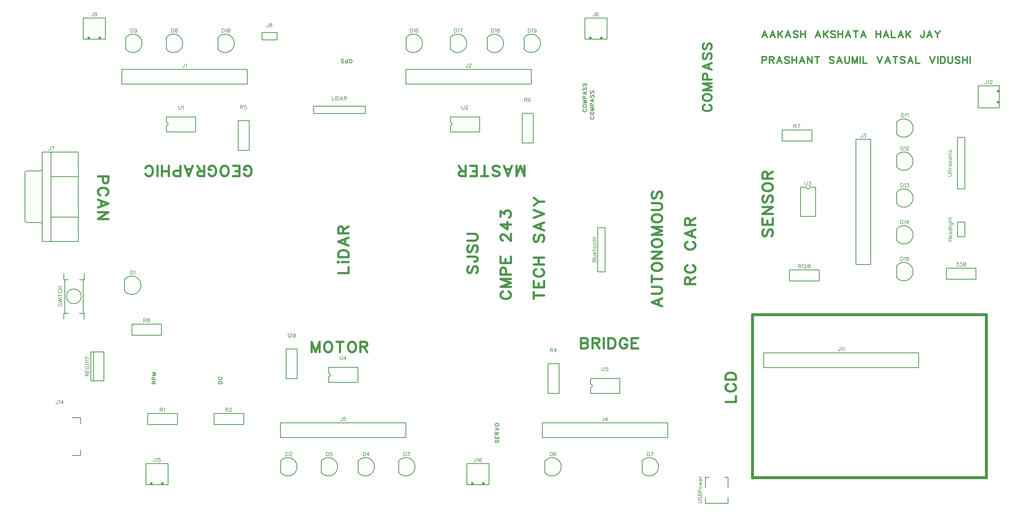
<source format=gbr>
G04 DipTrace 3.3.1.3*
G04 TopSilk.gbr*
%MOIN*%
G04 #@! TF.FileFunction,Legend,Top*
G04 #@! TF.Part,Single*
%ADD10C,0.009843*%
%ADD13C,0.03937*%
%ADD92C,0.00772*%
%ADD93C,0.030621*%
%ADD94C,0.010936*%
%ADD95C,0.026247*%
%ADD96C,0.019685*%
%FSLAX26Y26*%
G04*
G70*
G90*
G75*
G01*
G04 TopSilk*
%LPD*%
X3849016Y2519228D2*
D10*
Y2118568D1*
X3699016D2*
X3849016D1*
X3699016Y2519228D2*
Y2118568D1*
Y2519228D2*
X3849016D1*
X12648686Y3618898D2*
X13049346D1*
Y3468898D2*
Y3618898D1*
X12648686Y3468898D2*
X13049346D1*
X12648686D2*
Y3618898D1*
X8024017Y4168870D2*
X7924016D1*
Y3568925D1*
X8024017D1*
Y4168870D1*
X1509062Y3308920D2*
Y3458796D1*
X1509287Y3308621D2*
G03X1509287Y3459096I99796J75238D01*
G01*
X3624022Y843960D2*
Y993835D1*
X3624247Y843660D2*
G03X3624247Y994135I99796J75238D01*
G01*
X5224022Y843960D2*
Y993835D1*
X5224247Y843660D2*
G03X5224247Y994135I99796J75238D01*
G01*
X4674022Y843960D2*
Y993835D1*
X4674247Y843660D2*
G03X4674247Y994135I99796J75238D01*
G01*
X4174022Y843960D2*
Y993835D1*
X4174247Y843660D2*
G03X4174247Y994135I99796J75238D01*
G01*
X7205518Y843960D2*
Y993835D1*
X7205743Y843660D2*
G03X7205743Y994135I99796J75238D01*
G01*
X8524022Y843960D2*
Y993835D1*
X8524247Y843660D2*
G03X8524247Y994135I99796J75238D01*
G01*
X2074022Y6593960D2*
Y6743835D1*
X2074247Y6593660D2*
G03X2074247Y6744135I99796J75238D01*
G01*
X1524022Y6593960D2*
Y6743835D1*
X1524247Y6593660D2*
G03X1524247Y6744135I99796J75238D01*
G01*
X2774022Y6593960D2*
Y6743835D1*
X2774247Y6593660D2*
G03X2774247Y6744135I99796J75238D01*
G01*
X11974022Y5443960D2*
Y5593835D1*
X11974247Y5443660D2*
G03X11974247Y5594135I99796J75238D01*
G01*
X11974022Y4993960D2*
Y5143835D1*
X11974247Y4993660D2*
G03X11974247Y5144135I99796J75238D01*
G01*
X11974022Y4493960D2*
Y4643835D1*
X11974247Y4493660D2*
G03X11974247Y4644135I99796J75238D01*
G01*
X11974022Y3993960D2*
Y4143835D1*
X11974247Y3993660D2*
G03X11974247Y4144135I99796J75238D01*
G01*
X11974022Y3493960D2*
Y3643835D1*
X11974247Y3493660D2*
G03X11974247Y3644135I99796J75238D01*
G01*
X5324022Y6593960D2*
Y6743835D1*
X5324247Y6593660D2*
G03X5324247Y6744135I99796J75238D01*
G01*
X5924022Y6593960D2*
Y6743835D1*
X5924247Y6593660D2*
G03X5924247Y6744135I99796J75238D01*
G01*
X6424022Y6593960D2*
Y6743835D1*
X6424247Y6593660D2*
G03X6424247Y6744135I99796J75238D01*
G01*
X6924022Y6593960D2*
Y6743835D1*
X6924247Y6593660D2*
G03X6924247Y6744135I99796J75238D01*
G01*
X12799011Y4043886D2*
X12899016D1*
Y4243910D1*
X12799011D1*
Y4043886D1*
X3174016Y6118898D2*
X1474016D1*
Y6318898D1*
X3174016D1*
Y6118898D1*
X7024016D2*
X5324016D1*
Y6318898D1*
X7024016D1*
Y6118898D1*
X11424016Y3668898D2*
X11624016D1*
Y5368898D1*
X11424016D1*
Y3668898D1*
X7174016Y1518898D2*
X8874016D1*
Y1318898D1*
X7174016D1*
Y1518898D1*
X3624016D2*
X5324016D1*
Y1318898D1*
X3624016D1*
Y1518898D1*
X7749213Y6727156D2*
X8048819D1*
Y7014567D1*
X7749213D1*
Y6727156D1*
G36*
X7808235Y6755674D2*
X7839754D1*
Y6724165D1*
X7808235D1*
Y6755674D1*
G37*
G36*
X7958278D2*
X7989766D1*
Y6724165D1*
X7958278D1*
Y6755674D1*
G37*
X185353Y4936236D2*
D10*
G03X157822Y4908346I568J-28095D01*
G01*
X366482Y4936236D2*
G03X394014Y4962913I1443J26056D01*
G01*
X157822Y4265669D2*
G03X185353Y4237780I28100J205D01*
G01*
X394014Y4211102D2*
G03X366482Y4237780I-26089J621D01*
G01*
Y4936236D2*
X185353D1*
X366482Y4237780D2*
X185353D1*
X882336Y4311748D2*
X512109D1*
X394014Y3980709D2*
Y5193307D1*
X882336Y4862268D2*
X512109D1*
X882336Y3980709D2*
Y5193307D1*
X157822Y4265669D2*
Y4908346D1*
X882336Y3980709D2*
X394014D1*
X882336Y5193307D2*
X394014D1*
X512109Y3980709D2*
Y5193307D1*
X3374004Y6818903D2*
X3574028D1*
Y6718898D1*
X3374004D1*
Y6818903D1*
X949213Y6727156D2*
X1248819D1*
Y7014567D1*
X949213D1*
Y6727156D1*
G36*
X1008235Y6755674D2*
X1039754D1*
Y6724165D1*
X1008235D1*
Y6755674D1*
G37*
G36*
X1158278D2*
X1189766D1*
Y6724165D1*
X1158278D1*
Y6755674D1*
G37*
X6149213Y677156D2*
D10*
X6448819D1*
Y964567D1*
X6149213D1*
Y677156D1*
G36*
X6208235Y705674D2*
X6239754D1*
Y674165D1*
X6208235D1*
Y705674D1*
G37*
G36*
X6358278D2*
X6389766D1*
Y674165D1*
X6358278D1*
Y705674D1*
G37*
X10174016Y2468898D2*
D10*
X12274016D1*
Y2268898D1*
X10174016D1*
Y2468898D1*
X13365757Y5794094D2*
Y6093701D1*
X13078346D1*
Y5794094D1*
X13365757D1*
G36*
X13337239Y5853117D2*
X13368748D1*
Y5884636D1*
X13337239D1*
Y5853117D1*
G37*
G36*
Y6003160D2*
X13368748D1*
Y6034648D1*
X13337239D1*
Y6003160D1*
G37*
X802146Y1588957D2*
D10*
X913385D1*
Y1502747D1*
X802146Y1073209D2*
X913385D1*
Y1146046D1*
X1799213Y677156D2*
X2098819D1*
Y964567D1*
X1799213D1*
Y677156D1*
G36*
X1858235Y705674D2*
X1889754D1*
Y674165D1*
X1858235D1*
Y705674D1*
G37*
G36*
X2008278D2*
X2039766D1*
Y674165D1*
X2008278D1*
Y705674D1*
G37*
X4074015Y5818899D2*
D10*
X4774017D1*
Y5718898D1*
X4074015D1*
Y5818899D1*
X2224346Y1493898D2*
X1823686D1*
Y1643898D2*
Y1493898D1*
X2224346Y1643898D2*
X1823686D1*
X2224346D2*
Y1493898D1*
X2723686Y1643898D2*
X3124346D1*
Y1493898D2*
Y1643898D1*
X2723686Y1493898D2*
X3124346D1*
X2723686D2*
Y1643898D1*
X7249016Y1918568D2*
Y2319228D1*
X7399016D2*
X7249016D1*
X7399016Y1918568D2*
Y2319228D1*
Y1918568D2*
X7249016D1*
X3199016Y5619228D2*
Y5218568D1*
X3049016D2*
X3199016D1*
X3049016Y5619228D2*
Y5218568D1*
Y5619228D2*
X3199016D1*
X6899016Y5318568D2*
Y5719228D1*
X7049016D2*
X6899016D1*
X7049016Y5318568D2*
Y5719228D1*
Y5318568D2*
X6899016D1*
X10423686Y5493898D2*
X10824346D1*
Y5343898D2*
Y5493898D1*
X10423686Y5343898D2*
X10824346D1*
X10423686D2*
Y5493898D1*
X1608725Y2858858D2*
X2009385D1*
Y2708858D2*
Y2858858D1*
X1608725Y2708858D2*
X2009385D1*
X1608725D2*
Y2858858D1*
X10924346Y3443898D2*
X10523686D1*
Y3593898D2*
Y3443898D1*
X10924346Y3593898D2*
X10523686D1*
X10924346D2*
Y3443898D1*
X1052756Y2087008D2*
X1229921D1*
Y2480709D1*
X1052756D1*
Y2087008D1*
X1088189D2*
Y2480709D1*
X949024Y3008895D2*
X949988Y3458247D1*
X699008Y3458822D2*
Y3008895D1*
X749220Y3005518D2*
X686220D1*
Y3462199D2*
Y3544899D1*
X894870Y3005518D2*
X961811D1*
Y3544899D2*
Y3462199D1*
X898811D2*
X961811D1*
X686220Y3005518D2*
Y2922818D1*
X961811Y3005518D2*
Y2922818D1*
X741339Y3462199D2*
X687213D1*
X724004Y3233858D2*
G02X724004Y3233858I100012J0D01*
G01*
X2077165Y5671264D2*
X2470866D1*
Y5466531D2*
Y5671264D1*
X2077165Y5466531D2*
X2470866D1*
X2077165D2*
Y5545272D1*
Y5671264D2*
Y5592523D1*
Y5545272D2*
G03X2077165Y5592523I-4J23626D01*
G01*
X5927165Y5671264D2*
X6320866D1*
Y5466531D2*
Y5671264D1*
X5927165Y5466531D2*
X6320866D1*
X5927165D2*
Y5545272D1*
Y5671264D2*
Y5592523D1*
Y5545272D2*
G03X5927165Y5592523I-4J23626D01*
G01*
X10876382Y4715748D2*
Y4322047D1*
X10671649D2*
X10876382D1*
X10671649Y4715748D2*
Y4322047D1*
Y4715748D2*
X10750390D1*
X10876382D2*
X10797642D1*
X10750390D2*
G03X10797642Y4715748I23626J4D01*
G01*
X4277165Y2271264D2*
X4670866D1*
Y2066531D2*
Y2271264D1*
X4277165Y2066531D2*
X4670866D1*
X4277165D2*
Y2145272D1*
Y2271264D2*
Y2192523D1*
Y2145272D2*
G03X4277165Y2192523I-4J23626D01*
G01*
X7827165Y2121264D2*
X8220866D1*
Y1916531D2*
Y2121264D1*
X7827165Y1916531D2*
X8220866D1*
X7827165D2*
Y1995272D1*
Y2121264D2*
Y2042523D1*
Y1995272D2*
G03X7827165Y2042523I-4J23626D01*
G01*
X12799014Y4693897D2*
X12899016D1*
Y5393899D1*
X12799014D1*
Y4693897D1*
X9383476Y422426D2*
X9690539D1*
X9383476Y639778D2*
Y776787D1*
X9690539Y639778D2*
Y776787D1*
X9383476Y422426D2*
Y500412D1*
X9690539Y422426D2*
Y500412D1*
X9383476Y776787D2*
X9432693D1*
X9641323D2*
X9690539D1*
X10024016Y768898D2*
D13*
Y2985433D1*
X13193307D1*
X10024016Y770079D2*
X13193307D1*
Y768898D2*
Y2985433D1*
X3719086Y2717504D2*
D92*
X3723895Y2719936D1*
X3731080Y2727065D1*
Y2676881D1*
X3748951Y2715127D2*
Y2717504D1*
X3751328Y2722312D1*
X3753704Y2724689D1*
X3758513Y2727065D1*
X3768074D1*
X3772827Y2724689D1*
X3775204Y2722312D1*
X3777636Y2717504D1*
Y2712751D1*
X3775204Y2707942D1*
X3770451Y2700812D1*
X3746519Y2676881D1*
X3780012D1*
X3809822Y2727065D2*
X3802637Y2724689D1*
X3797828Y2717504D1*
X3795452Y2705566D1*
Y2698381D1*
X3797828Y2686442D1*
X3802637Y2679257D1*
X3809822Y2676881D1*
X3814575D1*
X3821760Y2679257D1*
X3826513Y2686442D1*
X3828945Y2698381D1*
Y2705566D1*
X3826513Y2717504D1*
X3821760Y2724689D1*
X3814575Y2727065D1*
X3809822D1*
X3826513Y2717504D2*
X3797828Y2686442D1*
X12788145Y3692065D2*
X12814398D1*
X12800083Y3672942D1*
X12807268D1*
X12812021Y3670566D1*
X12814398Y3668189D1*
X12816830Y3661004D1*
Y3656251D1*
X12814398Y3649066D1*
X12809645Y3644257D1*
X12802460Y3641881D1*
X12795275D1*
X12788145Y3644257D1*
X12785768Y3646689D1*
X12783336Y3651442D1*
X12837078Y3692065D2*
X12863331D1*
X12849016Y3672942D1*
X12856201D1*
X12860954Y3670566D1*
X12863331Y3668189D1*
X12865762Y3661004D1*
Y3656251D1*
X12863331Y3649066D1*
X12858577Y3644257D1*
X12851392Y3641881D1*
X12844207D1*
X12837078Y3644257D1*
X12834701Y3646689D1*
X12832269Y3651442D1*
X12895572Y3692065D2*
X12888387Y3689689D1*
X12883578Y3682504D1*
X12881202Y3670566D1*
Y3663381D1*
X12883578Y3651442D1*
X12888387Y3644257D1*
X12895572Y3641881D1*
X12900325D1*
X12907510Y3644257D1*
X12912263Y3651442D1*
X12914695Y3663381D1*
Y3670566D1*
X12912263Y3682504D1*
X12907510Y3689689D1*
X12900325Y3692065D1*
X12895572D1*
X12912263Y3682504D2*
X12883578Y3651442D1*
X7850793Y3699503D2*
X7901033D1*
Y3721058D1*
X7898601Y3728243D1*
X7896224Y3730620D1*
X7891471Y3732997D1*
X7884286D1*
X7879478Y3730620D1*
X7877101Y3728243D1*
X7874724Y3721058D1*
X7872293Y3728243D1*
X7869916Y3730620D1*
X7865163Y3732997D1*
X7860354D1*
X7855601Y3730620D1*
X7853169Y3728244D1*
X7850793Y3721058D1*
Y3699503D1*
X7874724D2*
Y3721058D1*
X7850793Y3748436D2*
X7901033D1*
X7867539Y3763875D2*
X7891471D1*
X7898601Y3766252D1*
X7901033Y3771060D1*
Y3778245D1*
X7898601Y3782998D1*
X7891471Y3790183D1*
X7867539D2*
X7901033D1*
X7881909Y3805623D2*
Y3834308D1*
X7877101D1*
X7872293Y3831931D1*
X7869916Y3829554D1*
X7867539Y3824746D1*
Y3817561D1*
X7869916Y3812808D1*
X7874724Y3807999D1*
X7881909Y3805623D1*
X7886663D1*
X7893848Y3807999D1*
X7898601Y3812808D1*
X7901033Y3817561D1*
Y3824746D1*
X7898601Y3829554D1*
X7893848Y3834308D1*
X7850793Y3856932D2*
X7891471D1*
X7898601Y3859308D1*
X7901033Y3864117D1*
Y3868870D1*
X7867539Y3849747D2*
Y3866493D1*
Y3896247D2*
X7869916Y3891494D1*
X7874724Y3886686D1*
X7881909Y3884309D1*
X7886663D1*
X7893848Y3886686D1*
X7898601Y3891494D1*
X7901033Y3896247D1*
Y3903433D1*
X7898601Y3908241D1*
X7893848Y3912994D1*
X7886663Y3915426D1*
X7881909D1*
X7874724Y3912994D1*
X7869916Y3908241D1*
X7867539Y3903433D1*
Y3896247D1*
Y3942803D2*
X7869916Y3938050D1*
X7874724Y3933242D1*
X7881909Y3930865D1*
X7886663D1*
X7893848Y3933242D1*
X7898601Y3938050D1*
X7901033Y3942803D1*
Y3949989D1*
X7898601Y3954797D1*
X7893848Y3959550D1*
X7886663Y3961982D1*
X7881909D1*
X7874724Y3959550D1*
X7869916Y3954797D1*
X7867539Y3949989D1*
Y3942803D1*
X7850793Y3984606D2*
X7891471D1*
X7898601Y3986983D1*
X7901033Y3991791D1*
Y3996544D1*
X7867539Y3977421D2*
Y3994168D1*
X7850793Y4011984D2*
X7901033D1*
X7877101D2*
X7869916Y4019169D1*
X7867539Y4023977D1*
Y4031162D1*
X7869916Y4035915D1*
X7877101Y4038292D1*
X7901033D1*
X1591099Y3582061D2*
Y3531821D1*
X1607845D1*
X1615030Y3534253D1*
X1619839Y3539006D1*
X1622215Y3543814D1*
X1624592Y3550944D1*
Y3562938D1*
X1622215Y3570123D1*
X1619839Y3574876D1*
X1615030Y3579684D1*
X1607845Y3582061D1*
X1591099D1*
X1640031Y3572444D2*
X1644840Y3574876D1*
X1652025Y3582006D1*
Y3531821D1*
X3695309Y1117100D2*
Y1066860D1*
X3712056D1*
X3719241Y1069292D1*
X3724050Y1074045D1*
X3726426Y1078854D1*
X3728803Y1085983D1*
Y1097977D1*
X3726426Y1105162D1*
X3724050Y1109915D1*
X3719241Y1114724D1*
X3712056Y1117100D1*
X3695309D1*
X3746674Y1105107D2*
Y1107483D1*
X3749050Y1112292D1*
X3751427Y1114668D1*
X3756235Y1117045D1*
X3765797D1*
X3770550Y1114668D1*
X3772927Y1112292D1*
X3775359Y1107483D1*
Y1102730D1*
X3772927Y1097922D1*
X3768174Y1090792D1*
X3744242Y1066860D1*
X3777735D1*
X5295309Y1117100D2*
Y1066860D1*
X5312056D1*
X5319241Y1069292D1*
X5324050Y1074045D1*
X5326426Y1078854D1*
X5328803Y1085983D1*
Y1097977D1*
X5326426Y1105162D1*
X5324050Y1109915D1*
X5319241Y1114724D1*
X5312056Y1117100D1*
X5295309D1*
X5349050Y1117045D2*
X5375303D1*
X5360989Y1097922D1*
X5368174D1*
X5372927Y1095545D1*
X5375303Y1093168D1*
X5377735Y1085983D1*
Y1081230D1*
X5375303Y1074045D1*
X5370550Y1069237D1*
X5363365Y1066860D1*
X5356180D1*
X5349050Y1069237D1*
X5346674Y1071669D1*
X5344242Y1076422D1*
X4744121Y1117100D2*
Y1066860D1*
X4760868D1*
X4768053Y1069292D1*
X4772861Y1074045D1*
X4775238Y1078854D1*
X4777614Y1085983D1*
Y1097977D1*
X4775238Y1105162D1*
X4772861Y1109915D1*
X4768053Y1114724D1*
X4760868Y1117100D1*
X4744121D1*
X4816985Y1066860D2*
Y1117045D1*
X4793054Y1083607D1*
X4828924D1*
X4245309Y1117100D2*
Y1066860D1*
X4262056D1*
X4269241Y1069292D1*
X4274050Y1074045D1*
X4276426Y1078854D1*
X4278803Y1085983D1*
Y1097977D1*
X4276426Y1105162D1*
X4274050Y1109915D1*
X4269241Y1114724D1*
X4262056Y1117100D1*
X4245309D1*
X4322927Y1117045D2*
X4299050D1*
X4296674Y1095545D1*
X4299050Y1097922D1*
X4306235Y1100354D1*
X4313365D1*
X4320550Y1097922D1*
X4325359Y1093168D1*
X4327735Y1085983D1*
Y1081230D1*
X4325359Y1074045D1*
X4320550Y1069237D1*
X4313365Y1066860D1*
X4306235D1*
X4299050Y1069237D1*
X4296674Y1071669D1*
X4294242Y1076422D1*
X7278021Y1117100D2*
Y1066860D1*
X7294768D1*
X7301953Y1069292D1*
X7306761Y1074045D1*
X7309138Y1078854D1*
X7311515Y1085983D1*
Y1097977D1*
X7309138Y1105162D1*
X7306761Y1109915D1*
X7301953Y1114724D1*
X7294768Y1117100D1*
X7278021D1*
X7355639Y1109915D2*
X7353262Y1114668D1*
X7346077Y1117045D1*
X7341324D1*
X7334139Y1114668D1*
X7329331Y1107483D1*
X7326954Y1095545D1*
Y1083607D1*
X7329331Y1074045D1*
X7334139Y1069237D1*
X7341324Y1066860D1*
X7343701D1*
X7350830Y1069237D1*
X7355639Y1074045D1*
X7358015Y1081230D1*
Y1083607D1*
X7355639Y1090792D1*
X7350830Y1095545D1*
X7343701Y1097922D1*
X7341324D1*
X7334139Y1095545D1*
X7329331Y1090792D1*
X7326954Y1083607D1*
X8595309Y1117100D2*
Y1066860D1*
X8612056D1*
X8619241Y1069292D1*
X8624050Y1074045D1*
X8626426Y1078854D1*
X8628803Y1085983D1*
Y1097977D1*
X8626426Y1105162D1*
X8624050Y1109915D1*
X8619241Y1114724D1*
X8612056Y1117100D1*
X8595309D1*
X8653804Y1066860D2*
X8677735Y1117045D1*
X8644242D1*
X2145337Y6867100D2*
Y6816860D1*
X2162084D1*
X2169269Y6819292D1*
X2174077Y6824045D1*
X2176454Y6828854D1*
X2178830Y6835983D1*
Y6847977D1*
X2176454Y6855162D1*
X2174077Y6859915D1*
X2169269Y6864724D1*
X2162084Y6867100D1*
X2145337D1*
X2206208Y6867045D2*
X2199078Y6864668D1*
X2196646Y6859915D1*
Y6855107D1*
X2199078Y6850354D1*
X2203831Y6847922D1*
X2213393Y6845545D1*
X2220578Y6843168D1*
X2225331Y6838360D1*
X2227708Y6833607D1*
Y6826422D1*
X2225331Y6821669D1*
X2222954Y6819237D1*
X2215769Y6816860D1*
X2206208D1*
X2199078Y6819237D1*
X2196646Y6821669D1*
X2194270Y6826422D1*
Y6833607D1*
X2196646Y6838360D1*
X2201455Y6843168D1*
X2208584Y6845545D1*
X2218146Y6847922D1*
X2222954Y6850354D1*
X2225331Y6855107D1*
Y6859915D1*
X2222954Y6864668D1*
X2215769Y6867045D1*
X2206208D1*
X1596498Y6867100D2*
Y6816860D1*
X1613244D1*
X1620429Y6819292D1*
X1625238Y6824045D1*
X1627614Y6828854D1*
X1629991Y6835983D1*
Y6847977D1*
X1627614Y6855162D1*
X1625238Y6859915D1*
X1620429Y6864724D1*
X1613244Y6867100D1*
X1596498D1*
X1676547Y6850354D2*
X1674115Y6843168D1*
X1669362Y6838360D1*
X1662177Y6835983D1*
X1659800D1*
X1652615Y6838360D1*
X1647862Y6843168D1*
X1645430Y6850354D1*
Y6852730D1*
X1647862Y6859915D1*
X1652615Y6864668D1*
X1659800Y6867045D1*
X1662177D1*
X1669362Y6864668D1*
X1674115Y6859915D1*
X1676547Y6850354D1*
Y6838360D1*
X1674115Y6826422D1*
X1669362Y6819237D1*
X1662177Y6816860D1*
X1657424D1*
X1650239Y6819237D1*
X1647862Y6824045D1*
X2831593Y6867100D2*
Y6816860D1*
X2848340D1*
X2855525Y6819292D1*
X2860333Y6824045D1*
X2862710Y6828854D1*
X2865086Y6835983D1*
Y6847977D1*
X2862710Y6855162D1*
X2860333Y6859915D1*
X2855525Y6864724D1*
X2848340Y6867100D1*
X2831593D1*
X2880526Y6857483D2*
X2885334Y6859915D1*
X2892519Y6867045D1*
Y6816860D1*
X2922328Y6867045D2*
X2915143Y6864668D1*
X2910335Y6857483D1*
X2907958Y6845545D1*
Y6838360D1*
X2910335Y6826422D1*
X2915143Y6819237D1*
X2922328Y6816860D1*
X2927082D1*
X2934267Y6819237D1*
X2939020Y6826422D1*
X2941452Y6838360D1*
Y6845545D1*
X2939020Y6857483D1*
X2934267Y6864668D1*
X2927082Y6867045D1*
X2922328D1*
X2939020Y6857483D2*
X2910335Y6826422D1*
X12042343Y5717100D2*
Y5666860D1*
X12059090D1*
X12066275Y5669292D1*
X12071083Y5674045D1*
X12073460Y5678854D1*
X12075836Y5685983D1*
Y5697977D1*
X12073460Y5705162D1*
X12071083Y5709915D1*
X12066275Y5714724D1*
X12059090Y5717100D1*
X12042343D1*
X12091275Y5707483D2*
X12096084Y5709915D1*
X12103269Y5717045D1*
Y5666860D1*
X12118708Y5707483D2*
X12123517Y5709915D1*
X12130702Y5717045D1*
Y5666860D1*
X12031593Y5267100D2*
Y5216860D1*
X12048340D1*
X12055525Y5219292D1*
X12060333Y5224045D1*
X12062710Y5228854D1*
X12065086Y5235983D1*
Y5247977D1*
X12062710Y5255162D1*
X12060333Y5259915D1*
X12055525Y5264724D1*
X12048340Y5267100D1*
X12031593D1*
X12080526Y5257483D2*
X12085334Y5259915D1*
X12092519Y5267045D1*
Y5216860D1*
X12110390Y5255107D2*
Y5257483D1*
X12112767Y5262292D1*
X12115143Y5264668D1*
X12119952Y5267045D1*
X12129513D1*
X12134267Y5264668D1*
X12136643Y5262292D1*
X12139075Y5257483D1*
Y5252730D1*
X12136643Y5247922D1*
X12131890Y5240792D1*
X12107958Y5216860D1*
X12141452D1*
X12031593Y4767100D2*
Y4716860D1*
X12048340D1*
X12055525Y4719292D1*
X12060333Y4724045D1*
X12062710Y4728854D1*
X12065086Y4735983D1*
Y4747977D1*
X12062710Y4755162D1*
X12060333Y4759915D1*
X12055525Y4764724D1*
X12048340Y4767100D1*
X12031593D1*
X12080526Y4757483D2*
X12085334Y4759915D1*
X12092519Y4767045D1*
Y4716860D1*
X12112767Y4767045D2*
X12139020D1*
X12124705Y4747922D1*
X12131890D1*
X12136643Y4745545D1*
X12139020Y4743168D1*
X12141452Y4735983D1*
Y4731230D1*
X12139020Y4724045D1*
X12134267Y4719237D1*
X12127082Y4716860D1*
X12119897D1*
X12112767Y4719237D1*
X12110390Y4721669D1*
X12107958Y4726422D1*
X12030405Y4267100D2*
Y4216860D1*
X12047151D1*
X12054336Y4219292D1*
X12059145Y4224045D1*
X12061521Y4228854D1*
X12063898Y4235983D1*
Y4247977D1*
X12061521Y4255162D1*
X12059145Y4259915D1*
X12054336Y4264724D1*
X12047151Y4267100D1*
X12030405D1*
X12079337Y4257483D2*
X12084146Y4259915D1*
X12091331Y4267045D1*
Y4216860D1*
X12130702D2*
Y4267045D1*
X12106770Y4233607D1*
X12142640D1*
X12031593Y3767100D2*
Y3716860D1*
X12048340D1*
X12055525Y3719292D1*
X12060333Y3724045D1*
X12062710Y3728854D1*
X12065086Y3735983D1*
Y3747977D1*
X12062710Y3755162D1*
X12060333Y3759915D1*
X12055525Y3764724D1*
X12048340Y3767100D1*
X12031593D1*
X12080526Y3757483D2*
X12085334Y3759915D1*
X12092519Y3767045D1*
Y3716860D1*
X12136643Y3767045D2*
X12112767D1*
X12110390Y3745545D1*
X12112767Y3747922D1*
X12119952Y3750354D1*
X12127082D1*
X12134267Y3747922D1*
X12139075Y3743168D1*
X12141452Y3735983D1*
Y3731230D1*
X12139075Y3724045D1*
X12134267Y3719237D1*
X12127082Y3716860D1*
X12119952D1*
X12112767Y3719237D1*
X12110390Y3721669D1*
X12107958Y3726422D1*
X5382809Y6867100D2*
Y6816860D1*
X5399556D1*
X5406741Y6819292D1*
X5411549Y6824045D1*
X5413926Y6828854D1*
X5416302Y6835983D1*
Y6847977D1*
X5413926Y6855162D1*
X5411549Y6859915D1*
X5406741Y6864724D1*
X5399556Y6867100D1*
X5382809D1*
X5431741Y6857483D2*
X5436550Y6859915D1*
X5443735Y6867045D1*
Y6816860D1*
X5487859Y6859915D2*
X5485483Y6864668D1*
X5478297Y6867045D1*
X5473544D1*
X5466359Y6864668D1*
X5461551Y6857483D1*
X5459174Y6845545D1*
Y6833607D1*
X5461551Y6824045D1*
X5466359Y6819237D1*
X5473544Y6816860D1*
X5475921D1*
X5483051Y6819237D1*
X5487859Y6824045D1*
X5490236Y6831230D1*
Y6833607D1*
X5487859Y6840792D1*
X5483051Y6845545D1*
X5475921Y6847922D1*
X5473544D1*
X5466359Y6845545D1*
X5461551Y6840792D1*
X5459174Y6833607D1*
X5981593Y6867100D2*
Y6816860D1*
X5998340D1*
X6005525Y6819292D1*
X6010333Y6824045D1*
X6012710Y6828854D1*
X6015086Y6835983D1*
Y6847977D1*
X6012710Y6855162D1*
X6010333Y6859915D1*
X6005525Y6864724D1*
X5998340Y6867100D1*
X5981593D1*
X6030526Y6857483D2*
X6035334Y6859915D1*
X6042519Y6867045D1*
Y6816860D1*
X6067520D2*
X6091452Y6867045D1*
X6057958D1*
X6481621Y6867100D2*
Y6816860D1*
X6498367D1*
X6505552Y6819292D1*
X6510361Y6824045D1*
X6512737Y6828854D1*
X6515114Y6835983D1*
Y6847977D1*
X6512737Y6855162D1*
X6510361Y6859915D1*
X6505552Y6864724D1*
X6498367Y6867100D1*
X6481621D1*
X6530553Y6857483D2*
X6535362Y6859915D1*
X6542547Y6867045D1*
Y6816860D1*
X6569924Y6867045D2*
X6562794Y6864668D1*
X6560363Y6859915D1*
Y6855107D1*
X6562794Y6850354D1*
X6567548Y6847922D1*
X6577109Y6845545D1*
X6584294Y6843168D1*
X6589047Y6838360D1*
X6591424Y6833607D1*
Y6826422D1*
X6589047Y6821669D1*
X6586671Y6819237D1*
X6579486Y6816860D1*
X6569924D1*
X6562794Y6819237D1*
X6560363Y6821669D1*
X6557986Y6826422D1*
Y6833607D1*
X6560363Y6838360D1*
X6565171Y6843168D1*
X6572301Y6845545D1*
X6581862Y6847922D1*
X6586671Y6850354D1*
X6589047Y6855107D1*
Y6859915D1*
X6586671Y6864668D1*
X6579486Y6867045D1*
X6569924D1*
X6982781Y6867100D2*
Y6816860D1*
X6999528D1*
X7006713Y6819292D1*
X7011521Y6824045D1*
X7013898Y6828854D1*
X7016275Y6835983D1*
Y6847977D1*
X7013898Y6855162D1*
X7011521Y6859915D1*
X7006713Y6864724D1*
X6999528Y6867100D1*
X6982781D1*
X7031714Y6857483D2*
X7036522Y6859915D1*
X7043707Y6867045D1*
Y6816860D1*
X7090263Y6850354D2*
X7087831Y6843168D1*
X7083078Y6838360D1*
X7075893Y6835983D1*
X7073517D1*
X7066332Y6838360D1*
X7061578Y6843168D1*
X7059147Y6850354D1*
Y6852730D1*
X7061578Y6859915D1*
X7066332Y6864668D1*
X7073517Y6867045D1*
X7075893D1*
X7083078Y6864668D1*
X7087831Y6859915D1*
X7090263Y6850354D1*
Y6838360D1*
X7087831Y6826422D1*
X7083078Y6819237D1*
X7075893Y6816860D1*
X7071140D1*
X7063955Y6819237D1*
X7061578Y6824045D1*
X12675793Y3982904D2*
X12726033D1*
X12675793Y4016398D2*
X12726033D1*
X12699724Y3982904D2*
Y4016398D1*
X12706909Y4031837D2*
Y4060522D1*
X12702101D1*
X12697293Y4058145D1*
X12694916Y4055769D1*
X12692539Y4050960D1*
Y4043775D1*
X12694916Y4039022D1*
X12699724Y4034213D1*
X12706909Y4031837D1*
X12711663D1*
X12718848Y4034213D1*
X12723601Y4039022D1*
X12726033Y4043775D1*
Y4050960D1*
X12723601Y4055769D1*
X12718848Y4060522D1*
X12692539Y4104646D2*
X12726033D1*
X12699724D2*
X12694916Y4099893D1*
X12692539Y4095084D1*
Y4087954D1*
X12694916Y4083146D1*
X12699724Y4078393D1*
X12706909Y4075961D1*
X12711663D1*
X12718848Y4078393D1*
X12723601Y4083146D1*
X12726033Y4087954D1*
Y4095084D1*
X12723601Y4099893D1*
X12718848Y4104646D1*
X12675793Y4148770D2*
X12726033D1*
X12699724D2*
X12694916Y4144017D1*
X12692539Y4139208D1*
Y4132023D1*
X12694916Y4127270D1*
X12699724Y4122462D1*
X12706909Y4120085D1*
X12711663D1*
X12718848Y4122462D1*
X12723601Y4127270D1*
X12726033Y4132023D1*
Y4139208D1*
X12723601Y4144017D1*
X12718848Y4148770D1*
X12675793Y4164209D2*
X12726033D1*
X12675793Y4179648D2*
X12678169Y4182025D1*
X12675793Y4184457D1*
X12673361Y4182025D1*
X12675793Y4179648D1*
X12692539Y4182025D2*
X12726033D1*
X12694916Y4228581D2*
X12733218D1*
X12740347Y4226204D1*
X12742779Y4223828D1*
X12745156Y4219019D1*
Y4211834D1*
X12742779Y4207081D1*
X12702101Y4228581D2*
X12697348Y4223828D1*
X12694916Y4219019D1*
Y4211834D1*
X12697348Y4207081D1*
X12702101Y4202273D1*
X12709286Y4199896D1*
X12714094D1*
X12721224Y4202273D1*
X12726033Y4207081D1*
X12728409Y4211834D1*
Y4219019D1*
X12726033Y4223828D1*
X12721224Y4228581D1*
X12675793Y4244020D2*
X12726033D1*
X12702101D2*
X12694916Y4251205D1*
X12692539Y4256014D1*
Y4263199D1*
X12694916Y4267952D1*
X12702101Y4270329D1*
X12726033D1*
X12675793Y4292953D2*
X12716471D1*
X12723601Y4295329D1*
X12726033Y4300138D1*
Y4304891D1*
X12692539Y4285768D2*
Y4302514D1*
X2322265Y6392121D2*
Y6353874D1*
X2319889Y6346689D1*
X2317457Y6344313D1*
X2312704Y6341881D1*
X2307895D1*
X2303142Y6344313D1*
X2300765Y6346689D1*
X2298334Y6353874D1*
Y6358627D1*
X2337704Y6382504D2*
X2342513Y6384936D1*
X2349698Y6392065D1*
Y6341881D1*
X6161515Y6392121D2*
Y6353874D1*
X6159139Y6346689D1*
X6156707Y6344313D1*
X6151954Y6341881D1*
X6147145D1*
X6142392Y6344313D1*
X6140015Y6346689D1*
X6137584Y6353874D1*
Y6358627D1*
X6179386Y6380127D2*
Y6382504D1*
X6181763Y6387312D1*
X6184140Y6389689D1*
X6188948Y6392065D1*
X6198510D1*
X6203263Y6389689D1*
X6205639Y6387312D1*
X6208071Y6382504D1*
Y6377751D1*
X6205639Y6372942D1*
X6200886Y6365812D1*
X6176955Y6341881D1*
X6210448D1*
X11511515Y5442121D2*
Y5403874D1*
X11509139Y5396689D1*
X11506707Y5394313D1*
X11501954Y5391881D1*
X11497145D1*
X11492392Y5394313D1*
X11490015Y5396689D1*
X11487584Y5403874D1*
Y5408627D1*
X11531763Y5442065D2*
X11558016D1*
X11543701Y5422942D1*
X11550886D1*
X11555639Y5420566D1*
X11558016Y5418189D1*
X11560448Y5411004D1*
Y5406251D1*
X11558016Y5399066D1*
X11553263Y5394257D1*
X11546078Y5391881D1*
X11538893D1*
X11531763Y5394257D1*
X11529386Y5396689D1*
X11526955Y5401442D1*
X8010327Y1592121D2*
Y1553874D1*
X8007950Y1546689D1*
X8005519Y1544313D1*
X8000765Y1541881D1*
X7995957D1*
X7991204Y1544313D1*
X7988827Y1546689D1*
X7986395Y1553874D1*
Y1558627D1*
X8049698Y1541881D2*
Y1592065D1*
X8025766Y1558627D1*
X8061636D1*
X4461515Y1592121D2*
Y1553874D1*
X4459139Y1546689D1*
X4456707Y1544313D1*
X4451954Y1541881D1*
X4447145D1*
X4442392Y1544313D1*
X4440015Y1546689D1*
X4437584Y1553874D1*
Y1558627D1*
X4505639Y1592065D2*
X4481763D1*
X4479386Y1570566D1*
X4481763Y1572942D1*
X4488948Y1575374D1*
X4496078D1*
X4503263Y1572942D1*
X4508071Y1568189D1*
X4510448Y1561004D1*
Y1556251D1*
X4508071Y1549066D1*
X4503263Y1544257D1*
X4496078Y1541881D1*
X4488948D1*
X4481763Y1544257D1*
X4479386Y1546689D1*
X4476955Y1551442D1*
X7887731Y7087790D2*
Y7049543D1*
X7885355Y7042358D1*
X7882923Y7039982D1*
X7878170Y7037550D1*
X7873361D1*
X7868608Y7039982D1*
X7866231Y7042358D1*
X7863800Y7049543D1*
Y7054297D1*
X7931855Y7080605D2*
X7929479Y7085358D1*
X7922294Y7087735D1*
X7917541D1*
X7910356Y7085358D1*
X7905547Y7078173D1*
X7903170Y7066235D1*
Y7054297D1*
X7905547Y7044735D1*
X7910356Y7039927D1*
X7917541Y7037550D1*
X7919917D1*
X7927047Y7039927D1*
X7931855Y7044735D1*
X7934232Y7051920D1*
Y7054297D1*
X7931855Y7061482D1*
X7927047Y7066235D1*
X7919917Y7068611D1*
X7917541D1*
X7910356Y7066235D1*
X7905547Y7061482D1*
X7903170Y7054297D1*
X507578Y5266530D2*
Y5228284D1*
X505202Y5221099D1*
X502770Y5218722D1*
X498017Y5216290D1*
X493208D1*
X488455Y5218722D1*
X486078Y5221099D1*
X483647Y5228284D1*
Y5233037D1*
X532579Y5216290D2*
X556511Y5266475D1*
X523018D1*
X3461543Y6942121D2*
Y6903874D1*
X3459166Y6896689D1*
X3456734Y6894313D1*
X3451981Y6891881D1*
X3447173D1*
X3442420Y6894313D1*
X3440043Y6896689D1*
X3437611Y6903874D1*
Y6908627D1*
X3488920Y6942065D2*
X3481791Y6939689D1*
X3479359Y6934936D1*
Y6930127D1*
X3481791Y6925374D1*
X3486544Y6922942D1*
X3496105Y6920566D1*
X3503290Y6918189D1*
X3508044Y6913381D1*
X3510420Y6908627D1*
Y6901442D1*
X3508044Y6896689D1*
X3505667Y6894257D1*
X3498482Y6891881D1*
X3488920D1*
X3481791Y6894257D1*
X3479359Y6896689D1*
X3476982Y6901442D1*
Y6908627D1*
X3479359Y6913381D1*
X3484167Y6918189D1*
X3491297Y6920566D1*
X3500859Y6922942D1*
X3505667Y6925374D1*
X3508044Y6930127D1*
Y6934936D1*
X3505667Y6939689D1*
X3498482Y6942065D1*
X3488920D1*
X1087704Y7087790D2*
Y7049543D1*
X1085327Y7042358D1*
X1082895Y7039982D1*
X1078142Y7037550D1*
X1073334D1*
X1068580Y7039982D1*
X1066204Y7042358D1*
X1063772Y7049543D1*
Y7054297D1*
X1134260Y7071043D2*
X1131828Y7063858D1*
X1127075Y7059050D1*
X1119890Y7056673D1*
X1117513D1*
X1110328Y7059050D1*
X1105575Y7063858D1*
X1103143Y7071043D1*
Y7073420D1*
X1105575Y7080605D1*
X1110328Y7085358D1*
X1117513Y7087735D1*
X1119890D1*
X1127075Y7085358D1*
X1131828Y7080605D1*
X1134260Y7071043D1*
Y7059050D1*
X1131828Y7047112D1*
X1127075Y7039927D1*
X1119890Y7037550D1*
X1115136D1*
X1107951Y7039927D1*
X1105575Y7044735D1*
X6272799Y1037790D2*
Y999543D1*
X6270422Y992358D1*
X6267990Y989982D1*
X6263237Y987550D1*
X6258429D1*
X6253676Y989982D1*
X6251299Y992358D1*
X6248867Y999543D1*
Y1004297D1*
X6288238Y1028173D2*
X6293047Y1030605D1*
X6300232Y1037735D1*
Y987550D1*
X6330041Y1037735D2*
X6322856Y1035358D1*
X6318048Y1028173D1*
X6315671Y1016235D1*
Y1009050D1*
X6318048Y997112D1*
X6322856Y989927D1*
X6330041Y987550D1*
X6334794D1*
X6341979Y989927D1*
X6346732Y997112D1*
X6349164Y1009050D1*
Y1016235D1*
X6346732Y1028173D1*
X6341979Y1035358D1*
X6334794Y1037735D1*
X6330041D1*
X6346732Y1028173D2*
X6318048Y997112D1*
X11208549Y2542121D2*
Y2503874D1*
X11206172Y2496689D1*
X11203740Y2494313D1*
X11198987Y2491881D1*
X11194179D1*
X11189426Y2494313D1*
X11187049Y2496689D1*
X11184617Y2503874D1*
Y2508627D1*
X11223988Y2532504D2*
X11228797Y2534936D1*
X11235982Y2542065D1*
Y2491881D1*
X11251421Y2532504D2*
X11256229Y2534936D1*
X11263414Y2542065D1*
Y2491881D1*
X13197330Y6166924D2*
Y6128677D1*
X13194954Y6121492D1*
X13192522Y6119116D1*
X13187769Y6116684D1*
X13182960D1*
X13178207Y6119116D1*
X13175831Y6121492D1*
X13173399Y6128677D1*
Y6133431D1*
X13212770Y6157307D2*
X13217578Y6159739D1*
X13224763Y6166869D1*
Y6116684D1*
X13242634Y6154930D2*
Y6157307D1*
X13245011Y6162115D1*
X13247387Y6164492D1*
X13252196Y6166869D1*
X13261758D1*
X13266511Y6164492D1*
X13268887Y6162115D1*
X13271319Y6157307D1*
Y6152554D1*
X13268887Y6147745D1*
X13264134Y6140616D1*
X13240202Y6116684D1*
X13273696D1*
X605356Y1822826D2*
Y1784580D1*
X602979Y1777395D1*
X600548Y1775018D1*
X595794Y1772586D1*
X590986D1*
X586233Y1775018D1*
X583856Y1777395D1*
X581424Y1784580D1*
Y1789333D1*
X620795Y1813209D2*
X625604Y1815641D1*
X632789Y1822771D1*
Y1772586D1*
X672160D2*
Y1822771D1*
X648228Y1789333D1*
X684098D1*
X1922799Y1037790D2*
Y999543D1*
X1920422Y992358D1*
X1917990Y989982D1*
X1913237Y987550D1*
X1908429D1*
X1903676Y989982D1*
X1901299Y992358D1*
X1898867Y999543D1*
Y1004297D1*
X1938238Y1028173D2*
X1943047Y1030605D1*
X1950232Y1037735D1*
Y987550D1*
X1994356Y1037735D2*
X1970479D1*
X1968103Y1016235D1*
X1970479Y1018611D1*
X1977664Y1021043D1*
X1984794D1*
X1991979Y1018611D1*
X1996788Y1013858D1*
X1999164Y1006673D1*
Y1001920D1*
X1996788Y994735D1*
X1991979Y989927D1*
X1984794Y987550D1*
X1977664D1*
X1970479Y989927D1*
X1968103Y992358D1*
X1965671Y997112D1*
X4326151Y5947042D2*
Y5896802D1*
X4354835D1*
X4370275Y5947042D2*
Y5896802D1*
X4385714Y5947042D2*
Y5896802D1*
X4402461D1*
X4409646Y5899234D1*
X4414454Y5903987D1*
X4416831Y5908795D1*
X4419207Y5915925D1*
Y5927919D1*
X4416831Y5935104D1*
X4414454Y5939857D1*
X4409646Y5944665D1*
X4402461Y5947042D1*
X4385714D1*
X4472948Y5896802D2*
X4453770Y5947042D1*
X4434647Y5896802D1*
X4441832Y5913549D2*
X4465763D1*
X4488388Y5923110D2*
X4509887D1*
X4517072Y5925542D1*
X4519504Y5927919D1*
X4521881Y5932672D1*
Y5937480D1*
X4519504Y5942234D1*
X4517072Y5944665D1*
X4509887Y5947042D1*
X4488388D1*
Y5896802D1*
X4505134Y5923110D2*
X4521881Y5896802D1*
X1993553Y1693189D2*
X2015053D1*
X2022238Y1695621D1*
X2024669Y1697997D1*
X2027046Y1702751D1*
Y1707559D1*
X2024669Y1712312D1*
X2022238Y1714744D1*
X2015053Y1717121D1*
X1993553D1*
Y1666881D1*
X2010299Y1693189D2*
X2027046Y1666881D1*
X2042485Y1707504D2*
X2047294Y1709936D1*
X2054479Y1717065D1*
Y1666881D1*
X2882803Y1693189D2*
X2904303D1*
X2911488Y1695621D1*
X2913920Y1697997D1*
X2916296Y1702751D1*
Y1707559D1*
X2913920Y1712312D1*
X2911488Y1714744D1*
X2904303Y1717121D1*
X2882803D1*
Y1666881D1*
X2899549Y1693189D2*
X2916296Y1666881D1*
X2934167Y1705127D2*
Y1707504D1*
X2936544Y1712312D1*
X2938920Y1714689D1*
X2943729Y1717065D1*
X2953290D1*
X2958044Y1714689D1*
X2960420Y1712312D1*
X2962852Y1707504D1*
Y1702751D1*
X2960420Y1697942D1*
X2955667Y1690812D1*
X2931735Y1666881D1*
X2965229D1*
X7281614Y2503189D2*
X7303114D1*
X7310299Y2505621D1*
X7312731Y2507997D1*
X7315108Y2512751D1*
Y2517559D1*
X7312731Y2522312D1*
X7310299Y2524744D1*
X7303114Y2527121D1*
X7281614D1*
Y2476881D1*
X7298361Y2503189D2*
X7315108Y2476881D1*
X7354479D2*
Y2527065D1*
X7330547Y2493627D1*
X7366417D1*
X3082803Y5803189D2*
X3104303D1*
X3111488Y5805621D1*
X3113920Y5807997D1*
X3116296Y5812751D1*
Y5817559D1*
X3113920Y5822312D1*
X3111488Y5824744D1*
X3104303Y5827121D1*
X3082803D1*
Y5776881D1*
X3099549Y5803189D2*
X3116296Y5776881D1*
X3160420Y5827065D2*
X3136544D1*
X3134167Y5805566D1*
X3136544Y5807942D1*
X3143729Y5810374D1*
X3150859D1*
X3158044Y5807942D1*
X3162852Y5803189D1*
X3165229Y5796004D1*
Y5791251D1*
X3162852Y5784066D1*
X3158044Y5779257D1*
X3150859Y5776881D1*
X3143729D1*
X3136544Y5779257D1*
X3134167Y5781689D1*
X3131735Y5786442D1*
X6934019Y5903189D2*
X6955519D1*
X6962704Y5905621D1*
X6965135Y5907997D1*
X6967512Y5912751D1*
Y5917559D1*
X6965135Y5922312D1*
X6962704Y5924744D1*
X6955519Y5927121D1*
X6934019D1*
Y5876881D1*
X6950765Y5903189D2*
X6967512Y5876881D1*
X7011636Y5919936D2*
X7009260Y5924689D1*
X7002075Y5927065D1*
X6997321D1*
X6990136Y5924689D1*
X6985328Y5917504D1*
X6982951Y5905566D1*
Y5893627D1*
X6985328Y5884066D1*
X6990136Y5879257D1*
X6997321Y5876881D1*
X6999698D1*
X7006828Y5879257D1*
X7011636Y5884066D1*
X7014013Y5891251D1*
Y5893627D1*
X7011636Y5900812D1*
X7006828Y5905566D1*
X6999698Y5907942D1*
X6997321D1*
X6990136Y5905566D1*
X6985328Y5900812D1*
X6982951Y5893627D1*
X10582803Y5543189D2*
X10604303D1*
X10611488Y5545621D1*
X10613920Y5547997D1*
X10616296Y5552751D1*
Y5557559D1*
X10613920Y5562312D1*
X10611488Y5564744D1*
X10604303Y5567121D1*
X10582803D1*
Y5516881D1*
X10599549Y5543189D2*
X10616296Y5516881D1*
X10641297D2*
X10665229Y5567065D1*
X10631735D1*
X1767870Y2908150D2*
X1789370D1*
X1796555Y2910581D1*
X1798987Y2912958D1*
X1801363Y2917711D1*
Y2922520D1*
X1798987Y2927273D1*
X1796555Y2929705D1*
X1789370Y2932081D1*
X1767870D1*
Y2881841D1*
X1784616Y2908150D2*
X1801363Y2881841D1*
X1828741Y2932026D2*
X1821611Y2929649D1*
X1819179Y2924896D1*
Y2920088D1*
X1821611Y2915335D1*
X1826364Y2912903D1*
X1835926Y2910526D1*
X1843111Y2908150D1*
X1847864Y2903341D1*
X1850240Y2898588D1*
Y2891403D1*
X1847864Y2886650D1*
X1845487Y2884218D1*
X1838302Y2881841D1*
X1828741D1*
X1821611Y2884218D1*
X1819179Y2886650D1*
X1816802Y2891403D1*
Y2898588D1*
X1819179Y2903341D1*
X1823987Y2908150D1*
X1831117Y2910526D1*
X1840679Y2912903D1*
X1845487Y2915335D1*
X1847864Y2920088D1*
Y2924896D1*
X1845487Y2929649D1*
X1838302Y2932026D1*
X1828741D1*
X10644620Y3643189D2*
X10666120D1*
X10673305Y3645621D1*
X10675737Y3647997D1*
X10678113Y3652751D1*
Y3657559D1*
X10675737Y3662312D1*
X10673305Y3664744D1*
X10666120Y3667121D1*
X10644620D1*
Y3616881D1*
X10661367Y3643189D2*
X10678113Y3616881D1*
X10693553Y3657504D2*
X10698361Y3659936D1*
X10705546Y3667065D1*
Y3616881D1*
X10723417Y3655127D2*
Y3657504D1*
X10725794Y3662312D1*
X10728170Y3664689D1*
X10732979Y3667065D1*
X10742541D1*
X10747294Y3664689D1*
X10749670Y3662312D1*
X10752102Y3657504D1*
Y3652751D1*
X10749670Y3647942D1*
X10744917Y3640812D1*
X10720985Y3616881D1*
X10754479D1*
X10784288Y3667065D2*
X10777103Y3664689D1*
X10772295Y3657504D1*
X10769918Y3645566D1*
Y3638381D1*
X10772295Y3626442D1*
X10777103Y3619257D1*
X10784288Y3616881D1*
X10789041D1*
X10796226Y3619257D1*
X10800980Y3626442D1*
X10803411Y3638381D1*
Y3645566D1*
X10800980Y3657504D1*
X10796226Y3664689D1*
X10789041Y3667065D1*
X10784288D1*
X10800980Y3657504D2*
X10772295Y3626442D1*
X1003465Y2152591D2*
Y2174091D1*
X1001033Y2181276D1*
X998656Y2183708D1*
X993903Y2186085D1*
X989095D1*
X984341Y2183708D1*
X981909Y2181276D1*
X979533Y2174091D1*
Y2152591D1*
X1029773D1*
X1003465Y2169338D2*
X1029773Y2186085D1*
X979533Y2232585D2*
Y2201524D1*
X1029773D1*
Y2232585D1*
X1003465Y2201524D2*
Y2220647D1*
X991471Y2283895D2*
X986718Y2281518D1*
X981909Y2276709D1*
X979533Y2271956D1*
Y2262395D1*
X981909Y2257586D1*
X986718Y2252833D1*
X991471Y2250401D1*
X998656Y2248025D1*
X1010650D1*
X1017779Y2250401D1*
X1022588Y2252833D1*
X1027341Y2257586D1*
X1029773Y2262395D1*
Y2271956D1*
X1027341Y2276709D1*
X1022588Y2281518D1*
X1017779Y2283894D1*
X1010650Y2283895D1*
Y2271956D1*
X989150Y2299334D2*
X986718Y2304142D1*
X979588Y2311327D1*
X1029773D1*
X989150Y2326766D2*
X986718Y2331575D1*
X979588Y2338760D1*
X1029773D1*
X989150Y2354199D2*
X986718Y2359008D1*
X979588Y2366193D1*
X1029773D1*
Y2391194D2*
X979588Y2415125D1*
Y2381632D1*
X620182Y3136647D2*
X615374Y3131894D1*
X612997Y3124709D1*
Y3115147D1*
X615374Y3107962D1*
X620182Y3103154D1*
X624936D1*
X629744Y3105585D1*
X632121Y3107962D1*
X634497Y3112715D1*
X639306Y3127085D1*
X641682Y3131894D1*
X644114Y3134270D1*
X648867Y3136647D1*
X656052D1*
X660806Y3131894D1*
X663237Y3124709D1*
Y3115147D1*
X660806Y3107962D1*
X656052Y3103154D1*
X612997Y3152086D2*
X663237Y3164080D1*
X612997Y3176018D1*
X663237Y3187956D1*
X612997Y3199950D1*
Y3215389D2*
X663237D1*
X612997Y3247575D2*
X663237D1*
X612997Y3230828D2*
Y3264321D1*
X624936Y3315630D2*
X620182Y3313254D1*
X615374Y3308445D1*
X612997Y3303692D1*
Y3294131D1*
X615374Y3289322D1*
X620182Y3284569D1*
X624936Y3282137D1*
X632121Y3279761D1*
X644114D1*
X651244Y3282137D1*
X656052Y3284569D1*
X660806Y3289322D1*
X663237Y3294131D1*
Y3303692D1*
X660806Y3308445D1*
X656052Y3313254D1*
X651244Y3315630D1*
X612997Y3331070D2*
X663237D1*
X612997Y3364563D2*
X663237D1*
X636929Y3331070D2*
Y3364563D1*
X2243553Y5821648D2*
Y5785778D1*
X2245929Y5778593D1*
X2250738Y5773840D1*
X2257923Y5771408D1*
X2262676D1*
X2269861Y5773840D1*
X2274669Y5778593D1*
X2277046Y5785778D1*
Y5821648D1*
X2292485Y5812031D2*
X2297294Y5814463D1*
X2304479Y5821593D1*
Y5771408D1*
X6082803Y5821648D2*
Y5785778D1*
X6085179Y5778593D1*
X6089988Y5773840D1*
X6097173Y5771408D1*
X6101926D1*
X6109111Y5773840D1*
X6113920Y5778593D1*
X6116296Y5785778D1*
Y5821648D1*
X6134167Y5809655D2*
Y5812031D1*
X6136544Y5816840D1*
X6138920Y5819216D1*
X6143729Y5821593D1*
X6153290D1*
X6158044Y5819216D1*
X6160420Y5816840D1*
X6162852Y5812031D1*
Y5807278D1*
X6160420Y5802470D1*
X6155667Y5795340D1*
X6131735Y5771408D1*
X6165229D1*
X10732803Y4788971D2*
Y4753101D1*
X10735179Y4745916D1*
X10739988Y4741163D1*
X10747173Y4738731D1*
X10751926D1*
X10759111Y4741163D1*
X10763920Y4745916D1*
X10766296Y4753101D1*
Y4788971D1*
X10786544Y4788916D2*
X10812797D1*
X10798482Y4769793D1*
X10805667D1*
X10810420Y4767416D1*
X10812797Y4765039D1*
X10815229Y4757854D1*
Y4753101D1*
X10812797Y4745916D1*
X10808044Y4741108D1*
X10800859Y4738731D1*
X10793674D1*
X10786544Y4741108D1*
X10784167Y4743540D1*
X10781735Y4748293D1*
X4431614Y2421648D2*
Y2385778D1*
X4433991Y2378593D1*
X4438800Y2373840D1*
X4445985Y2371408D1*
X4450738D1*
X4457923Y2373840D1*
X4462731Y2378593D1*
X4465108Y2385778D1*
Y2421648D1*
X4504479Y2371408D2*
Y2421593D1*
X4480547Y2388155D1*
X4516417D1*
X7982803Y2271648D2*
Y2235778D1*
X7985179Y2228593D1*
X7989988Y2223840D1*
X7997173Y2221408D1*
X8001926D1*
X8009111Y2223840D1*
X8013920Y2228593D1*
X8016296Y2235778D1*
Y2271648D1*
X8060420Y2271593D2*
X8036544D1*
X8034167Y2250093D1*
X8036544Y2252470D1*
X8043729Y2254902D1*
X8050859D1*
X8058044Y2252470D1*
X8062852Y2247717D1*
X8065229Y2240532D1*
Y2235778D1*
X8062852Y2228593D1*
X8058044Y2223785D1*
X8050859Y2221408D1*
X8043729D1*
X8036544Y2223785D1*
X8034167Y2226217D1*
X8031735Y2230970D1*
X12670871Y4865540D2*
X12706741D1*
X12713926Y4867917D1*
X12718680Y4872725D1*
X12721111Y4879910D1*
Y4884663D1*
X12718680Y4891848D1*
X12713926Y4896657D1*
X12706741Y4899033D1*
X12670871D1*
Y4914473D2*
X12721111D1*
X12670871Y4937097D2*
X12711550D1*
X12718680Y4939474D1*
X12721111Y4944282D1*
Y4949035D1*
X12687618Y4929912D2*
Y4946659D1*
Y4964474D2*
X12721111D1*
X12701988D2*
X12694803Y4966906D1*
X12689995Y4971659D1*
X12687618Y4976468D1*
Y4983653D1*
Y5027777D2*
X12721111D1*
X12694803D2*
X12689995Y5023024D1*
X12687618Y5018215D1*
Y5011086D1*
X12689995Y5006277D1*
X12694803Y5001524D1*
X12701988Y4999092D1*
X12706741D1*
X12713926Y5001524D1*
X12718680Y5006277D1*
X12721111Y5011086D1*
Y5018215D1*
X12718680Y5023024D1*
X12713926Y5027777D1*
X12694803Y5069525D2*
X12689995Y5067148D1*
X12687618Y5059963D1*
Y5052778D1*
X12689995Y5045593D1*
X12694803Y5043216D1*
X12699556Y5045593D1*
X12701988Y5050401D1*
X12704365Y5062340D1*
X12706741Y5067148D1*
X12711550Y5069525D1*
X12713926D1*
X12718680Y5067148D1*
X12721111Y5059963D1*
Y5052778D1*
X12718680Y5045593D1*
X12713926Y5043216D1*
X12687618Y5096902D2*
X12689995Y5092149D1*
X12694803Y5087340D1*
X12701988Y5084964D1*
X12706741D1*
X12713926Y5087340D1*
X12718680Y5092149D1*
X12721111Y5096902D1*
Y5104087D1*
X12718680Y5108896D1*
X12713926Y5113649D1*
X12706741Y5116081D1*
X12701988D1*
X12694803Y5113649D1*
X12689995Y5108896D1*
X12687618Y5104087D1*
Y5096902D1*
Y5131520D2*
X12721111D1*
X12697180D2*
X12689995Y5138705D1*
X12687618Y5143513D1*
Y5150643D1*
X12689995Y5155452D1*
X12697180Y5157828D1*
X12721111D1*
X12670871Y5173267D2*
X12673248Y5175644D1*
X12670871Y5178076D1*
X12668440Y5175644D1*
X12670871Y5173267D1*
X12687618Y5175644D2*
X12721111D1*
X12694803Y5222255D2*
X12689995Y5217447D1*
X12687618Y5212638D1*
Y5205509D1*
X12689995Y5200700D1*
X12694803Y5195947D1*
X12701988Y5193515D1*
X12706741D1*
X12713926Y5195947D1*
X12718680Y5200700D1*
X12721111Y5205509D1*
Y5212638D1*
X12718680Y5217447D1*
X12713926Y5222255D1*
X9286619Y429806D2*
X9322489D1*
X9329674Y432183D1*
X9334428Y436991D1*
X9336860Y444176D1*
Y448930D1*
X9334428Y456115D1*
X9329674Y460923D1*
X9322489Y463300D1*
X9286619D1*
X9293805Y512232D2*
X9288996Y507479D1*
X9286620Y500294D1*
Y490732D1*
X9288996Y483547D1*
X9293805Y478739D1*
X9298558D1*
X9303366Y481171D1*
X9305743Y483547D1*
X9308119Y488300D1*
X9312928Y502671D1*
X9315304Y507479D1*
X9317736Y509856D1*
X9322489Y512232D1*
X9329674D1*
X9334428Y507479D1*
X9336859Y500294D1*
Y490732D1*
X9334428Y483547D1*
X9329674Y478739D1*
X9286620Y527671D2*
X9336859D1*
Y549226D1*
X9334428Y556412D1*
X9332051Y558788D1*
X9327298Y561165D1*
X9320113D1*
X9315304Y558788D1*
X9312928Y556412D1*
X9310551Y549226D1*
X9308119Y556412D1*
X9305743Y558788D1*
X9300990Y561165D1*
X9296181D1*
X9291428Y558788D1*
X9288996Y556412D1*
X9286620Y549227D1*
Y527671D1*
X9310551D2*
Y549226D1*
X9312928Y576604D2*
Y598159D1*
X9310551Y605289D1*
X9308119Y607721D1*
X9303366Y610097D1*
X9296181D1*
X9291428Y607721D1*
X9288996Y605289D1*
X9286619Y598159D1*
Y576604D1*
X9336859D1*
X9303366Y637475D2*
X9305743Y632722D1*
X9310551Y627913D1*
X9317736Y625537D1*
X9322489D1*
X9329674Y627913D1*
X9334428Y632722D1*
X9336859Y637475D1*
Y644660D1*
X9334428Y649468D1*
X9329674Y654221D1*
X9322489Y656653D1*
X9317736D1*
X9310551Y654221D1*
X9305743Y649468D1*
X9303366Y644660D1*
Y637475D1*
Y672093D2*
X9336859Y681654D1*
X9303366Y691216D1*
X9336859Y700777D1*
X9303366Y710339D1*
X9317736Y725778D2*
Y754463D1*
X9312928D1*
X9308119Y752087D1*
X9305743Y749710D1*
X9303366Y744902D1*
Y737717D1*
X9305743Y732963D1*
X9310551Y728155D1*
X9317736Y725778D1*
X9322489D1*
X9329674Y728155D1*
X9334428Y732963D1*
X9336859Y737717D1*
Y744902D1*
X9334428Y749710D1*
X9329674Y754463D1*
X9303366Y769902D2*
X9336859D1*
X9317736D2*
X9310551Y772334D1*
X9305743Y777087D1*
X9303366Y781896D1*
Y789081D1*
X3127651Y4900517D2*
D93*
X3134306Y4887208D1*
X3147769Y4873744D1*
X3161078Y4867090D1*
X3187851D1*
X3201314Y4873744D1*
X3214623Y4887208D1*
X3221432Y4900517D1*
X3228087Y4920635D1*
Y4954217D1*
X3221432Y4974180D1*
X3214623Y4987644D1*
X3201314Y5000953D1*
X3187851Y5007762D1*
X3161078D1*
X3147769Y5000953D1*
X3134306Y4987644D1*
X3127651Y4974180D1*
Y4954217D1*
X3161078D1*
X2979437Y4867090D2*
X3066409D1*
Y5007762D1*
X2979437D1*
X3066409Y4934099D2*
X3012864D1*
X2877958Y4867090D2*
X2891422Y4873744D1*
X2904731Y4887208D1*
X2911540Y4900517D1*
X2918194Y4920635D1*
Y4954217D1*
X2911540Y4974180D1*
X2904731Y4987644D1*
X2891422Y5000953D1*
X2877958Y5007762D1*
X2851186D1*
X2837877Y5000953D1*
X2824413Y4987644D1*
X2817759Y4974180D1*
X2811104Y4954217D1*
Y4920635D1*
X2817759Y4900517D1*
X2824413Y4887208D1*
X2837877Y4873744D1*
X2851186Y4867090D1*
X2877958D1*
X2649426Y4900517D2*
X2656080Y4887208D1*
X2669544Y4873744D1*
X2682853Y4867090D1*
X2709626D1*
X2723089Y4873744D1*
X2736398Y4887208D1*
X2743207Y4900517D1*
X2749862Y4920635D1*
Y4954217D1*
X2743207Y4974180D1*
X2736398Y4987644D1*
X2723089Y5000953D1*
X2709626Y5007762D1*
X2682853D1*
X2669544Y5000953D1*
X2656080Y4987644D1*
X2649426Y4974180D1*
Y4954217D1*
X2682853D1*
X2588184Y4934099D2*
X2527984D1*
X2507866Y4927289D1*
X2501057Y4920635D1*
X2494402Y4907326D1*
Y4893862D1*
X2501057Y4880554D1*
X2507866Y4873744D1*
X2527984Y4867090D1*
X2588184D1*
Y5007762D1*
X2541293Y4934099D2*
X2494402Y5007762D1*
X2325915D2*
X2379615Y4867090D1*
X2433160Y5007762D1*
X2413042Y4960871D2*
X2346033D1*
X2264673Y4940753D2*
X2204318D1*
X2184355Y4934099D1*
X2177546Y4927289D1*
X2170891Y4913981D1*
Y4893862D1*
X2177546Y4880553D1*
X2184355Y4873744D1*
X2204318Y4867090D1*
X2264673D1*
Y5007762D1*
X2109649Y4867090D2*
Y5007762D1*
X2015868Y4867090D2*
Y5007762D1*
X2109649Y4934099D2*
X2015868D1*
X1954625Y4867090D2*
Y5007762D1*
X1792947Y4900517D2*
X1799602Y4887208D1*
X1813065Y4873744D1*
X1826374Y4867090D1*
X1853147D1*
X1866610Y4873744D1*
X1879919Y4887208D1*
X1886728Y4900517D1*
X1893383Y4920635D1*
Y4954217D1*
X1886728Y4974180D1*
X1879919Y4987644D1*
X1866610Y5000953D1*
X1853147Y5007762D1*
X1826374D1*
X1813065Y5000953D1*
X1799602Y4987644D1*
X1792947Y4974180D1*
X6820997Y5007762D2*
Y4867090D1*
X6874542Y5007762D1*
X6928087Y4867090D1*
Y5007762D1*
X6652509D2*
X6706209Y4867090D1*
X6759754Y5007762D1*
X6739636Y4960871D2*
X6672628D1*
X6497486Y4887208D2*
X6510795Y4873744D1*
X6530913Y4867090D1*
X6557685D1*
X6577803Y4873744D1*
X6591267Y4887208D1*
Y4900517D1*
X6584458Y4913981D1*
X6577803Y4920635D1*
X6564495Y4927289D1*
X6524258Y4940753D1*
X6510795Y4947408D1*
X6504140Y4954217D1*
X6497486Y4967526D1*
Y4987644D1*
X6510795Y5000953D1*
X6530913Y5007762D1*
X6557685D1*
X6577803Y5000953D1*
X6591267Y4987644D1*
X6389353Y4867090D2*
Y5007762D1*
X6436243Y4867090D2*
X6342462D1*
X6194248D2*
X6281220D1*
Y5007762D1*
X6194248D1*
X6281220Y4934099D2*
X6227675D1*
X6133005D2*
X6072806D1*
X6052688Y4927289D1*
X6045878Y4920635D1*
X6039224Y4907326D1*
Y4893862D1*
X6045878Y4880553D1*
X6052688Y4873744D1*
X6072806Y4867090D1*
X6133005D1*
Y5007762D1*
X6086115Y4934099D2*
X6039224Y5007762D1*
X10175003Y4145210D2*
X10161540Y4131901D1*
X10154885Y4111783D1*
Y4085011D1*
X10161540Y4064892D1*
X10175003Y4051429D1*
X10188312D1*
X10201776Y4058238D1*
X10208430Y4064892D1*
X10215085Y4078201D1*
X10228548Y4118438D1*
X10235203Y4131901D1*
X10242012Y4138556D1*
X10255321Y4145210D1*
X10275439D1*
X10288748Y4131901D1*
X10295557Y4111783D1*
Y4085011D1*
X10288748Y4064892D1*
X10275439Y4051429D1*
X10154885Y4293425D2*
Y4206452D1*
X10295557D1*
Y4293425D1*
X10221894Y4206452D2*
Y4259998D1*
X10154885Y4448448D2*
X10295557D1*
X10154885Y4354667D1*
X10295557D1*
X10175003Y4603472D2*
X10161540Y4590163D1*
X10154885Y4570045D1*
Y4543272D1*
X10161540Y4523154D1*
X10175003Y4509691D1*
X10188312D1*
X10201776Y4516500D1*
X10208430Y4523154D1*
X10215085Y4536463D1*
X10228548Y4576699D1*
X10235203Y4590163D1*
X10242012Y4596817D1*
X10255321Y4603472D1*
X10275439D1*
X10288748Y4590163D1*
X10295557Y4570045D1*
Y4543272D1*
X10288748Y4523154D1*
X10275439Y4509691D1*
X10154885Y4704950D2*
X10161540Y4691487D1*
X10175003Y4678178D1*
X10188312Y4671369D1*
X10208430Y4664714D1*
X10242012D1*
X10261975Y4671369D1*
X10275439Y4678178D1*
X10288748Y4691487D1*
X10295557Y4704950D1*
Y4731723D1*
X10288748Y4745032D1*
X10275439Y4758496D1*
X10261975Y4765150D1*
X10242012Y4771804D1*
X10208430Y4771805D1*
X10188312Y4765150D1*
X10175003Y4758496D1*
X10161540Y4745032D1*
X10154885Y4731723D1*
Y4704950D1*
X10221894Y4833047D2*
Y4893246D1*
X10215085Y4913365D1*
X10208430Y4920174D1*
X10195121Y4926828D1*
X10181658D1*
X10168349Y4920174D1*
X10161540Y4913365D1*
X10154885Y4893246D1*
Y4833047D1*
X10295557D1*
X10221894Y4879938D2*
X10295557Y4926828D1*
X7695956Y2667898D2*
Y2527226D1*
X7756311D1*
X7776429Y2534036D1*
X7783083Y2540690D1*
X7789738Y2553999D1*
Y2574117D1*
X7783083Y2587581D1*
X7776429Y2594235D1*
X7756311Y2600890D1*
X7776429Y2607699D1*
X7783083Y2614353D1*
X7789738Y2627662D1*
Y2641126D1*
X7783083Y2654435D1*
X7776429Y2661244D1*
X7756311Y2667898D1*
X7695956D1*
Y2600890D2*
X7756311D1*
X7850980D2*
X7911180D1*
X7931298Y2607699D1*
X7938107Y2614353D1*
X7944761Y2627662D1*
Y2641126D1*
X7938107Y2654435D1*
X7931298Y2661244D1*
X7911180Y2667898D1*
X7850980D1*
Y2527226D1*
X7897871Y2600890D2*
X7944761Y2527226D1*
X8006004Y2667898D2*
Y2527226D1*
X8067246Y2667898D2*
Y2527226D1*
X8114137D1*
X8134255Y2534036D1*
X8147718Y2547344D1*
X8154373Y2560808D1*
X8161027Y2580771D1*
Y2614353D1*
X8154373Y2634471D1*
X8147718Y2647780D1*
X8134255Y2661244D1*
X8114137Y2667898D1*
X8067246D1*
X8322705Y2634471D2*
X8316051Y2647780D1*
X8302587Y2661244D1*
X8289278Y2667898D1*
X8262506D1*
X8249042Y2661244D1*
X8235733Y2647780D1*
X8228924Y2634471D1*
X8222270Y2614353D1*
Y2580771D1*
X8228924Y2560808D1*
X8235733Y2547344D1*
X8249042Y2534036D1*
X8262506Y2527226D1*
X8289278D1*
X8302587Y2534036D1*
X8316051Y2547344D1*
X8322705Y2560808D1*
Y2580771D1*
X8289278D1*
X8470920Y2667898D2*
X8383948D1*
Y2527226D1*
X8470920D1*
X8383948Y2600890D2*
X8437493D1*
X4153047Y2477226D2*
Y2617898D1*
X4099501Y2477226D1*
X4045956Y2617898D1*
Y2477226D1*
X4254525Y2617898D2*
X4241061Y2611244D1*
X4227753Y2597780D1*
X4220943Y2584471D1*
X4214289Y2564353D1*
Y2530771D1*
X4220943Y2510808D1*
X4227753Y2497344D1*
X4241061Y2484036D1*
X4254525Y2477226D1*
X4281298D1*
X4294607Y2484036D1*
X4308070Y2497344D1*
X4314725Y2510808D1*
X4321379Y2530771D1*
Y2564353D1*
X4314725Y2584471D1*
X4308070Y2597780D1*
X4294607Y2611244D1*
X4281298Y2617898D1*
X4254525D1*
X4429512D2*
Y2477226D1*
X4382621Y2617898D2*
X4476403D1*
X4577881D2*
X4564418Y2611244D1*
X4551109Y2597780D1*
X4544300Y2584471D1*
X4537645Y2564353D1*
Y2530771D1*
X4544300Y2510808D1*
X4551109Y2497344D1*
X4564418Y2484036D1*
X4577881Y2477226D1*
X4604654D1*
X4617963Y2484036D1*
X4631426Y2497344D1*
X4638081Y2510808D1*
X4644735Y2530771D1*
Y2564353D1*
X4638081Y2584471D1*
X4631426Y2597780D1*
X4617963Y2611244D1*
X4604654Y2617898D1*
X4577881D1*
X4705978Y2550890D2*
X4766177D1*
X4786295Y2557699D1*
X4793105Y2564353D1*
X4799759Y2577662D1*
Y2591126D1*
X4793105Y2604435D1*
X4786295Y2611244D1*
X4766177Y2617898D1*
X4705978D1*
Y2477226D1*
X4752868Y2550890D2*
X4799759Y2477226D1*
X9654667Y1801648D2*
X9795339D1*
Y1881966D1*
X9688094Y2043644D2*
X9674785Y2036989D1*
X9661322Y2023526D1*
X9654667Y2010217D1*
Y1983444D1*
X9661322Y1969981D1*
X9674785Y1956672D1*
X9688094Y1949862D1*
X9708212Y1943208D1*
X9741794D1*
X9761758Y1949862D1*
X9775221Y1956672D1*
X9788530Y1969980D1*
X9795339Y1983444D1*
Y2010217D1*
X9788530Y2023526D1*
X9775221Y2036989D1*
X9761758Y2043644D1*
X9654667Y2104886D2*
X9795339D1*
Y2151777D1*
X9788530Y2171895D1*
X9775221Y2185358D1*
X9761758Y2192013D1*
X9741794Y2198667D1*
X9708212D1*
X9688094Y2192013D1*
X9674785Y2185358D1*
X9661322Y2171895D1*
X9654667Y2151777D1*
Y2104886D1*
X7733403Y5777456D2*
D94*
X7728650Y5775080D1*
X7723841Y5770271D1*
X7721465Y5765518D1*
Y5755956D1*
X7723841Y5751148D1*
X7728650Y5746395D1*
X7733403Y5743963D1*
X7740588Y5741586D1*
X7752581D1*
X7759711Y5743963D1*
X7764520Y5746395D1*
X7769273Y5751148D1*
X7771705Y5755956D1*
Y5765518D1*
X7769273Y5770271D1*
X7764520Y5775080D1*
X7759711Y5777456D1*
X7721465Y5813699D2*
X7723841Y5808890D1*
X7728650Y5804137D1*
X7733403Y5801705D1*
X7740588Y5799328D1*
X7752581D1*
X7759711Y5801705D1*
X7764520Y5804137D1*
X7769273Y5808890D1*
X7771705Y5813698D1*
Y5823260D1*
X7769273Y5828013D1*
X7764520Y5832822D1*
X7759711Y5835198D1*
X7752581Y5837575D1*
X7740588D1*
X7733403Y5835198D1*
X7728650Y5832822D1*
X7723841Y5828013D1*
X7721465Y5823260D1*
Y5813699D1*
X7771705Y5897694D2*
X7721465D1*
X7771705Y5878570D1*
X7721465Y5859447D1*
X7771705D1*
X7747773Y5919566D2*
Y5941121D1*
X7745396Y5948251D1*
X7742964Y5950683D1*
X7738211Y5953059D1*
X7731026D1*
X7726273Y5950683D1*
X7723841Y5948251D1*
X7721465Y5941121D1*
Y5919566D1*
X7771705D1*
Y6013233D2*
X7721465Y5994055D1*
X7771705Y5974932D1*
X7754958Y5982117D2*
Y6006048D1*
X7728650Y6068599D2*
X7723841Y6063846D1*
X7721465Y6056661D1*
Y6047099D1*
X7723841Y6039914D1*
X7728650Y6035106D1*
X7733403D1*
X7738211Y6037537D1*
X7740588Y6039914D1*
X7742964Y6044667D1*
X7747773Y6059037D1*
X7750149Y6063846D1*
X7752581Y6066222D1*
X7757335Y6068599D1*
X7764520D1*
X7769273Y6063846D1*
X7771705Y6056661D1*
Y6047099D1*
X7769273Y6039914D1*
X7764520Y6035106D1*
X7728650Y6123965D2*
X7723841Y6119211D1*
X7721465Y6112026D1*
Y6102465D1*
X7723841Y6095280D1*
X7728650Y6090471D1*
X7733403D1*
X7738211Y6092903D1*
X7740588Y6095280D1*
X7742964Y6100033D1*
X7747773Y6114403D1*
X7750149Y6119211D1*
X7752581Y6121588D1*
X7757335Y6123965D1*
X7764520D1*
X7769273Y6119211D1*
X7771705Y6112026D1*
Y6102465D1*
X7769273Y6095280D1*
X7764520Y6090471D1*
X4554915Y6416583D2*
X4557292Y6411829D1*
X4562100Y6407021D1*
X4566853Y6404644D1*
X4576415D1*
X4581223Y6407021D1*
X4585977Y6411829D1*
X4588408Y6416583D1*
X4590785Y6423768D1*
Y6435761D1*
X4588408Y6442891D1*
X4585977Y6447699D1*
X4581223Y6452453D1*
X4576415Y6454884D1*
X4566853D1*
X4562100Y6452453D1*
X4557292Y6447699D1*
X4554915Y6442891D1*
Y6435761D1*
X4566853D1*
X4533043Y6430953D2*
X4511488D1*
X4504358Y6428576D1*
X4501926Y6426144D1*
X4499550Y6421391D1*
Y6414206D1*
X4501926Y6409453D1*
X4504358Y6407021D1*
X4511488Y6404644D1*
X4533043D1*
Y6454884D1*
X4444184Y6411829D2*
X4448937Y6407021D1*
X4456122Y6404644D1*
X4465684D1*
X4472869Y6407021D1*
X4477677Y6411829D1*
Y6416583D1*
X4475246Y6421391D1*
X4472869Y6423768D1*
X4468116Y6426144D1*
X4453746Y6430953D1*
X4448937Y6433329D1*
X4446561Y6435761D1*
X4444184Y6440514D1*
Y6447699D1*
X4448937Y6452453D1*
X4456122Y6454884D1*
X4465684D1*
X4472869Y6452453D1*
X4477677Y6447699D1*
X7833403Y5677456D2*
X7828650Y5675080D1*
X7823841Y5670271D1*
X7821465Y5665518D1*
Y5655956D1*
X7823841Y5651148D1*
X7828650Y5646395D1*
X7833403Y5643963D1*
X7840588Y5641586D1*
X7852581D1*
X7859711Y5643963D1*
X7864520Y5646395D1*
X7869273Y5651148D1*
X7871705Y5655956D1*
Y5665518D1*
X7869273Y5670271D1*
X7864520Y5675080D1*
X7859711Y5677456D1*
X7821465Y5713699D2*
X7823841Y5708890D1*
X7828650Y5704137D1*
X7833403Y5701705D1*
X7840588Y5699328D1*
X7852581D1*
X7859711Y5701705D1*
X7864520Y5704137D1*
X7869273Y5708890D1*
X7871705Y5713698D1*
Y5723260D1*
X7869273Y5728013D1*
X7864520Y5732822D1*
X7859711Y5735198D1*
X7852581Y5737575D1*
X7840588D1*
X7833403Y5735198D1*
X7828650Y5732822D1*
X7823841Y5728013D1*
X7821465Y5723260D1*
Y5713699D1*
X7871705Y5797694D2*
X7821465D1*
X7871705Y5778570D1*
X7821465Y5759447D1*
X7871705D1*
X7847773Y5819566D2*
Y5841121D1*
X7845396Y5848251D1*
X7842964Y5850683D1*
X7838211Y5853059D1*
X7831026D1*
X7826273Y5850683D1*
X7823841Y5848251D1*
X7821465Y5841121D1*
Y5819566D1*
X7871705D1*
Y5913233D2*
X7821465Y5894055D1*
X7871705Y5874932D1*
X7854958Y5882117D2*
Y5906048D1*
X7828650Y5968599D2*
X7823841Y5963846D1*
X7821465Y5956661D1*
Y5947099D1*
X7823841Y5939914D1*
X7828650Y5935106D1*
X7833403D1*
X7838211Y5937537D1*
X7840588Y5939914D1*
X7842964Y5944667D1*
X7847773Y5959037D1*
X7850149Y5963846D1*
X7852581Y5966222D1*
X7857335Y5968599D1*
X7864520D1*
X7869273Y5963846D1*
X7871705Y5956661D1*
Y5947099D1*
X7869273Y5939914D1*
X7864520Y5935106D1*
X7828650Y6023965D2*
X7823841Y6019211D1*
X7821465Y6012026D1*
Y6002465D1*
X7823841Y5995280D1*
X7828650Y5990471D1*
X7833403D1*
X7838211Y5992903D1*
X7840588Y5995280D1*
X7842964Y6000033D1*
X7847773Y6014403D1*
X7850149Y6019211D1*
X7852581Y6021588D1*
X7857335Y6023965D1*
X7864520D1*
X7869273Y6019211D1*
X7871705Y6012026D1*
Y6002465D1*
X7869273Y5995280D1*
X7864520Y5990471D1*
X1906402Y2048698D2*
Y2070198D1*
X1903970Y2077383D1*
X1901593Y2079815D1*
X1896840Y2082191D1*
X1892032D1*
X1887278Y2079815D1*
X1884846Y2077383D1*
X1882470Y2070198D1*
Y2048698D1*
X1932710D1*
X1906402Y2065445D2*
X1932710Y2082191D1*
X1908778Y2104063D2*
Y2125618D1*
X1906402Y2132748D1*
X1903970Y2135180D1*
X1899217Y2137557D1*
X1892032D1*
X1887278Y2135180D1*
X1884846Y2132748D1*
X1882470Y2125619D1*
Y2104063D1*
X1932710D1*
Y2197675D2*
X1882470D1*
X1932710Y2178552D1*
X1882470Y2159429D1*
X1932710D1*
X2782470Y2048698D2*
X2832710D1*
Y2065444D1*
X2830278Y2072629D1*
X2825525Y2077438D1*
X2820716Y2079815D1*
X2813587Y2082191D1*
X2801593D1*
X2794408Y2079815D1*
X2789655Y2077438D1*
X2784846Y2072630D1*
X2782470Y2065445D1*
Y2048698D1*
X2794408Y2139933D2*
X2789655Y2137557D1*
X2784846Y2132748D1*
X2782470Y2127995D1*
Y2118433D1*
X2784846Y2113625D1*
X2789655Y2108872D1*
X2794408Y2106440D1*
X2801593Y2104063D1*
X2813587D1*
X2820716Y2106440D1*
X2825525Y2108872D1*
X2830278Y2113625D1*
X2832710Y2118433D1*
Y2127995D1*
X2830278Y2132748D1*
X2825525Y2137557D1*
X2820716Y2139933D1*
X6539655Y1282191D2*
X6534846Y1277438D1*
X6532470Y1270253D1*
Y1260691D1*
X6534846Y1253506D1*
X6539655Y1248698D1*
X6544408D1*
X6549217Y1251130D1*
X6551593Y1253506D1*
X6553970Y1258259D1*
X6558778Y1272630D1*
X6561155Y1277438D1*
X6563587Y1279815D1*
X6568340Y1282191D1*
X6575525D1*
X6580278Y1277438D1*
X6582710Y1270253D1*
Y1260691D1*
X6580278Y1253506D1*
X6575525Y1248698D1*
X6532470Y1335125D2*
Y1304063D1*
X6582710D1*
Y1335125D1*
X6556402Y1304063D2*
Y1323187D1*
Y1356997D2*
Y1378497D1*
X6553970Y1385682D1*
X6551593Y1388114D1*
X6546840Y1390490D1*
X6542032D1*
X6537278Y1388114D1*
X6534846Y1385682D1*
X6532470Y1378497D1*
Y1356997D1*
X6582710D1*
X6556402Y1373744D2*
X6582710Y1390490D1*
X6532470Y1412363D2*
X6582710Y1431486D1*
X6532470Y1450609D1*
Y1486852D2*
X6534846Y1482043D1*
X6539655Y1477290D1*
X6544408Y1474858D1*
X6551593Y1472481D1*
X6563587D1*
X6570716Y1474858D1*
X6575525Y1477290D1*
X6580278Y1482043D1*
X6582710Y1486852D1*
Y1496413D1*
X6580278Y1501166D1*
X6575525Y1505975D1*
X6570716Y1508351D1*
X6563587Y1510728D1*
X6551593D1*
X6544408Y1508351D1*
X6539655Y1505975D1*
X6534846Y1501166D1*
X6532470Y1496413D1*
Y1486852D1*
X6175003Y3645210D2*
D93*
X6161540Y3631901D1*
X6154885Y3611783D1*
Y3585011D1*
X6161540Y3564892D1*
X6175003Y3551429D1*
X6188312D1*
X6201776Y3558238D1*
X6208430Y3564892D1*
X6215085Y3578201D1*
X6228548Y3618438D1*
X6235203Y3631901D1*
X6242012Y3638556D1*
X6255321Y3645210D1*
X6275439D1*
X6288748Y3631901D1*
X6295557Y3611783D1*
Y3585011D1*
X6288748Y3564892D1*
X6275439Y3551429D1*
X6154885Y3773461D2*
X6261975D1*
X6282093Y3766807D1*
X6288748Y3759998D1*
X6295557Y3746689D1*
Y3733225D1*
X6288748Y3719916D1*
X6282093Y3713262D1*
X6261975Y3706452D1*
X6248666D1*
X6175003Y3928485D2*
X6161540Y3915176D1*
X6154885Y3895058D1*
Y3868285D1*
X6161540Y3848167D1*
X6175003Y3834704D1*
X6188312D1*
X6201776Y3841513D1*
X6208430Y3848167D1*
X6215085Y3861476D1*
X6228548Y3901712D1*
X6235203Y3915176D1*
X6242012Y3921830D1*
X6255321Y3928485D1*
X6275439D1*
X6288748Y3915176D1*
X6295557Y3895058D1*
Y3868285D1*
X6288748Y3848167D1*
X6275439Y3834704D1*
X6154885Y3989727D2*
X6255321D1*
X6275439Y3996382D1*
X6288748Y4009845D1*
X6295557Y4029963D1*
Y4043272D1*
X6288748Y4063390D1*
X6275439Y4076854D1*
X6255321Y4083509D1*
X6154885D1*
X6638312Y3301865D2*
X6625003Y3295210D1*
X6611540Y3281746D1*
X6604885Y3268438D1*
Y3241665D1*
X6611540Y3228201D1*
X6625003Y3214892D1*
X6638312Y3208083D1*
X6658430Y3201429D1*
X6692012D1*
X6711975Y3208083D1*
X6725439Y3214892D1*
X6738748Y3228201D1*
X6745557Y3241665D1*
Y3268438D1*
X6738748Y3281746D1*
X6725439Y3295210D1*
X6711975Y3301865D1*
X6745557Y3470197D2*
X6604885D1*
X6745557Y3416652D1*
X6604885Y3363107D1*
X6745557D1*
X6678548Y3531439D2*
Y3591794D1*
X6671894Y3611757D1*
X6665085Y3618566D1*
X6651776Y3625221D1*
X6631658D1*
X6618349Y3618566D1*
X6611540Y3611757D1*
X6604885Y3591794D1*
Y3531439D1*
X6745557D1*
X6604885Y3773435D2*
Y3686463D1*
X6745557D1*
Y3773435D1*
X6671894Y3686463D2*
Y3740008D1*
X6638467Y3995582D2*
X6631812D1*
X6618349Y4002236D1*
X6611694Y4008891D1*
X6605040Y4022355D1*
Y4049127D1*
X6611694Y4062436D1*
X6618349Y4069090D1*
X6631812Y4075900D1*
X6645121D1*
X6658585Y4069090D1*
X6678548Y4055782D1*
X6745557Y3988773D1*
Y4082554D1*
Y4210805D2*
X6605040D1*
X6698666Y4143796D1*
Y4244232D1*
X6605040Y4318938D2*
Y4392447D1*
X6658585Y4352365D1*
Y4372483D1*
X6665239Y4385792D1*
X6671894Y4392447D1*
X6692012Y4399256D1*
X6705321D1*
X6725439Y4392447D1*
X6738903Y4379138D1*
X6745557Y4359020D1*
Y4338902D1*
X6738903Y4318938D1*
X6732093Y4312284D1*
X6718785Y4305475D1*
X7054885Y3248319D2*
X7195557D1*
X7054885Y3201429D2*
Y3295210D1*
Y3443425D2*
Y3356452D1*
X7195557D1*
Y3443425D1*
X7121894Y3356452D2*
Y3409998D1*
X7088312Y3605103D2*
X7075003Y3598448D1*
X7061540Y3584985D1*
X7054885Y3571676D1*
Y3544903D1*
X7061540Y3531439D1*
X7075003Y3518131D1*
X7088312Y3511321D1*
X7108430Y3504667D1*
X7142012D1*
X7161975Y3511321D1*
X7175439Y3518131D1*
X7188748Y3531439D1*
X7195557Y3544903D1*
Y3571676D1*
X7188748Y3584985D1*
X7175439Y3598448D1*
X7161975Y3605103D1*
X7054885Y3666345D2*
X7195557D1*
X7054885Y3760126D2*
X7195557D1*
X7121894Y3666345D2*
Y3760126D1*
X7075003Y4069245D2*
X7061540Y4055936D1*
X7054885Y4035818D1*
Y4009046D1*
X7061540Y3988928D1*
X7075003Y3975464D1*
X7088312D1*
X7101776Y3982273D1*
X7108430Y3988928D1*
X7115085Y4002236D1*
X7128548Y4042473D1*
X7135203Y4055936D1*
X7142012Y4062591D1*
X7155321Y4069245D1*
X7175439D1*
X7188748Y4055936D1*
X7195557Y4035818D1*
Y4009046D1*
X7188748Y3988928D1*
X7175439Y3975464D1*
X7195557Y4237733D2*
X7054885Y4184033D1*
X7195557Y4130488D1*
X7148666Y4150606D2*
Y4217614D1*
X7054885Y4298975D2*
X7195557Y4352520D1*
X7054885Y4406065D1*
Y4467307D2*
X7121894Y4520853D1*
X7195557D1*
X7054885Y4574398D2*
X7121894Y4520853D1*
X4404885Y3551429D2*
X4545557D1*
Y3631746D1*
X4404885Y3692989D2*
X4411540Y3699643D1*
X4404885Y3706452D1*
X4398076Y3699643D1*
X4404885Y3692989D1*
X4451776Y3699643D2*
X4545557D1*
X4404885Y3767695D2*
X4545557D1*
Y3814585D1*
X4538748Y3834704D1*
X4525439Y3848167D1*
X4511975Y3854822D1*
X4492012Y3861476D1*
X4458430D1*
X4438312Y3854822D1*
X4425003Y3848167D1*
X4411540Y3834704D1*
X4404885Y3814585D1*
Y3767695D1*
X4545557Y4029963D2*
X4404885Y3976264D1*
X4545557Y3922718D1*
X4498666Y3942837D2*
Y4009845D1*
X4471894Y4091206D2*
Y4151405D1*
X4465085Y4171523D1*
X4458430Y4178333D1*
X4445121Y4184987D1*
X4431658D1*
X4418349Y4178333D1*
X4411540Y4171523D1*
X4404885Y4151405D1*
Y4091206D1*
X4545557D1*
X4471894Y4138096D2*
X4545557Y4184987D1*
X9376110Y5835329D2*
D95*
X9364702Y5829626D1*
X9353162Y5818085D1*
X9347458Y5806678D1*
Y5783730D1*
X9353162Y5772190D1*
X9364702Y5760782D1*
X9376110Y5754945D1*
X9393354Y5749242D1*
X9422139D1*
X9439250Y5754945D1*
X9450790Y5760782D1*
X9462198Y5772189D1*
X9468034Y5783730D1*
Y5806678D1*
X9462198Y5818085D1*
X9450790Y5829626D1*
X9439250Y5835329D1*
X9347458Y5922311D2*
X9353162Y5910771D1*
X9364702Y5899363D1*
X9376110Y5893527D1*
X9393354Y5887823D1*
X9422139D1*
X9439250Y5893527D1*
X9450790Y5899363D1*
X9462198Y5910771D1*
X9468034Y5922311D1*
Y5945259D1*
X9462198Y5956666D1*
X9450790Y5968207D1*
X9439250Y5973911D1*
X9422139Y5979614D1*
X9393354D1*
X9376110Y5973911D1*
X9364702Y5968207D1*
X9353162Y5956667D1*
X9347458Y5945259D1*
Y5922311D1*
X9468034Y6123899D2*
X9347458D1*
X9468034Y6078004D1*
X9347458Y6032108D1*
X9468034D1*
X9410598Y6176393D2*
Y6228125D1*
X9404894Y6245237D1*
X9399058Y6251073D1*
X9387650Y6256777D1*
X9370406D1*
X9358999Y6251073D1*
X9353162Y6245237D1*
X9347458Y6228125D1*
Y6176393D1*
X9468034D1*
Y6401195D2*
X9347458Y6355166D1*
X9468034Y6309270D1*
X9427842Y6326514D2*
Y6383951D1*
X9364702Y6534072D2*
X9353162Y6522664D1*
X9347458Y6505420D1*
Y6482472D1*
X9353162Y6465228D1*
X9364702Y6453688D1*
X9376110D1*
X9387650Y6459525D1*
X9393354Y6465228D1*
X9399058Y6476636D1*
X9410598Y6511124D1*
X9416302Y6522664D1*
X9422139Y6528368D1*
X9433546Y6534072D1*
X9450790D1*
X9462198Y6522664D1*
X9468034Y6505420D1*
Y6482472D1*
X9462198Y6465228D1*
X9450790Y6453688D1*
X9364702Y6666950D2*
X9353162Y6655542D1*
X9347458Y6638298D1*
Y6615350D1*
X9353162Y6598106D1*
X9364702Y6586566D1*
X9376110D1*
X9387650Y6592402D1*
X9393354Y6598106D1*
X9399058Y6609513D1*
X9410598Y6644002D1*
X9416302Y6655542D1*
X9422139Y6661246D1*
X9433546Y6666950D1*
X9450790D1*
X9462198Y6655542D1*
X9468034Y6638298D1*
Y6615350D1*
X9462198Y6598106D1*
X9450790Y6586566D1*
X1215624Y4863431D2*
D93*
Y4803076D1*
X1222278Y4783113D1*
X1229087Y4776304D1*
X1242396Y4769649D1*
X1262514D1*
X1275823Y4776304D1*
X1282632Y4783113D1*
X1289287Y4803076D1*
Y4863431D1*
X1148615D1*
X1255860Y4607971D2*
X1269169Y4614626D1*
X1282632Y4628089D1*
X1289287Y4641398D1*
Y4668171D1*
X1282632Y4681635D1*
X1269169Y4694943D1*
X1255860Y4701753D1*
X1235742Y4708407D1*
X1202160D1*
X1182197Y4701753D1*
X1168733Y4694944D1*
X1155424Y4681635D1*
X1148615Y4668171D1*
Y4641398D1*
X1155424Y4628089D1*
X1168733Y4614626D1*
X1182197Y4607971D1*
X1148615Y4439484D2*
X1289287Y4493184D1*
X1148615Y4546729D1*
X1195505Y4526611D2*
Y4459602D1*
X1289287Y4284460D2*
X1148615D1*
X1289287Y4378242D1*
X1148615D1*
X10221784Y6746321D2*
D96*
X10187263Y6836753D1*
X10152841Y6746321D1*
X10165774Y6776465D2*
X10208851D1*
X10330098Y6746321D2*
X10295576Y6836753D1*
X10261155Y6746321D1*
X10274088Y6776465D2*
X10317165D1*
X10369468Y6836753D2*
Y6746321D1*
X10429756Y6836753D2*
X10369468Y6776465D1*
X10390957Y6798053D2*
X10429756Y6746321D1*
X10538069D2*
X10503548Y6836753D1*
X10469126Y6746321D1*
X10482059Y6776465D2*
X10525136D1*
X10637727Y6823820D2*
X10629171Y6832475D1*
X10616238Y6836753D1*
X10599027D1*
X10586094Y6832475D1*
X10577439Y6823820D1*
Y6815264D1*
X10581817Y6806609D1*
X10586094Y6802331D1*
X10594650Y6798053D1*
X10620516Y6789398D1*
X10629171Y6785120D1*
X10633449Y6780743D1*
X10637727Y6772187D1*
Y6759254D1*
X10629171Y6750698D1*
X10616238Y6746321D1*
X10599027D1*
X10586094Y6750698D1*
X10577439Y6759254D1*
X10677097Y6836753D2*
Y6746321D1*
X10737385Y6836753D2*
Y6746321D1*
X10677097Y6793676D2*
X10737385D1*
X10944760Y6746321D2*
X10910238Y6836753D1*
X10875817Y6746321D1*
X10888750Y6776465D2*
X10931827D1*
X10984130Y6836753D2*
Y6746321D1*
X11044418Y6836753D2*
X10984130Y6776465D1*
X11005619Y6798053D2*
X11044418Y6746321D1*
X11144076Y6823820D2*
X11135520Y6832475D1*
X11122587Y6836753D1*
X11105376D1*
X11092443Y6832475D1*
X11083788Y6823820D1*
Y6815264D1*
X11088165Y6806609D1*
X11092443Y6802331D1*
X11100999Y6798053D1*
X11126865Y6789398D1*
X11135520Y6785120D1*
X11139798Y6780743D1*
X11144076Y6772187D1*
Y6759254D1*
X11135520Y6750698D1*
X11122587Y6746321D1*
X11105376D1*
X11092443Y6750698D1*
X11083788Y6759254D1*
X11183446Y6836753D2*
Y6746321D1*
X11243734Y6836753D2*
Y6746321D1*
X11183446Y6793676D2*
X11243734D1*
X11352047Y6746321D2*
X11317526Y6836753D1*
X11283104Y6746321D1*
X11296037Y6776465D2*
X11339114D1*
X11421561Y6836753D2*
Y6746321D1*
X11391417Y6836753D2*
X11451705D1*
X11560019Y6746321D2*
X11525497Y6836753D1*
X11491075Y6746321D1*
X11504009Y6776465D2*
X11547086D1*
X11698450Y6836753D2*
Y6746321D1*
X11758738Y6836753D2*
Y6746321D1*
X11698450Y6793676D2*
X11758738D1*
X11867051Y6746321D2*
X11832530Y6836753D1*
X11798108Y6746321D1*
X11811041Y6776465D2*
X11854118D1*
X11906421Y6836753D2*
Y6746321D1*
X11958054D1*
X12066367D2*
X12031846Y6836753D1*
X11997424Y6746321D1*
X12010357Y6776465D2*
X12053434D1*
X12105737Y6836753D2*
Y6746321D1*
X12166025Y6836753D2*
X12105737Y6776465D1*
X12127226Y6798053D2*
X12166025Y6746321D1*
X12347534Y6836753D2*
Y6767909D1*
X12343256Y6754976D1*
X12338879Y6750698D1*
X12330323Y6746321D1*
X12321668D1*
X12313112Y6750698D1*
X12308834Y6754976D1*
X12304457Y6767909D1*
Y6776465D1*
X12455847Y6746321D2*
X12421326Y6836753D1*
X12386904Y6746321D1*
X12399837Y6776465D2*
X12442914D1*
X12495217Y6836753D2*
X12529639Y6793676D1*
Y6746321D1*
X12564061Y6836753D2*
X12529639Y6793676D1*
X10152841Y6439398D2*
X10191640D1*
X10204474Y6443676D1*
X10208851Y6448053D1*
X10213129Y6456609D1*
Y6469542D1*
X10208851Y6478098D1*
X10204474Y6482475D1*
X10191640Y6486753D1*
X10152841D1*
Y6396321D1*
X10252499Y6443676D2*
X10291199D1*
X10304132Y6448053D1*
X10308509Y6452331D1*
X10312787Y6460887D1*
Y6469542D1*
X10308509Y6478098D1*
X10304132Y6482475D1*
X10291199Y6486753D1*
X10252499D1*
Y6396321D1*
X10282643Y6443676D2*
X10312787Y6396321D1*
X10421101D2*
X10386579Y6486753D1*
X10352157Y6396321D1*
X10365090Y6426465D2*
X10408168D1*
X10520759Y6473820D2*
X10512203Y6482475D1*
X10499270Y6486753D1*
X10482059D1*
X10469126Y6482475D1*
X10460471Y6473820D1*
Y6465264D1*
X10464848Y6456609D1*
X10469126Y6452331D1*
X10477682Y6448053D1*
X10503548Y6439398D1*
X10512203Y6435120D1*
X10516481Y6430743D1*
X10520759Y6422187D1*
Y6409254D1*
X10512203Y6400698D1*
X10499270Y6396321D1*
X10482059D1*
X10469126Y6400698D1*
X10460471Y6409254D1*
X10560129Y6486753D2*
Y6396321D1*
X10620417Y6486753D2*
Y6396321D1*
X10560129Y6443676D2*
X10620417D1*
X10728730Y6396321D2*
X10694209Y6486753D1*
X10659787Y6396321D1*
X10672720Y6426465D2*
X10715797D1*
X10828388Y6486753D2*
Y6396321D1*
X10768100Y6486753D1*
Y6396321D1*
X10897902Y6486753D2*
Y6396321D1*
X10867758Y6486753D2*
X10928046D1*
X11126765Y6473820D2*
X11118210Y6482475D1*
X11105277Y6486753D1*
X11088066D1*
X11075133Y6482475D1*
X11066477Y6473820D1*
Y6465264D1*
X11070855Y6456609D1*
X11075133Y6452331D1*
X11083688Y6448053D1*
X11109555Y6439398D1*
X11118210Y6435120D1*
X11122488Y6430743D1*
X11126765Y6422187D1*
Y6409254D1*
X11118210Y6400698D1*
X11105277Y6396321D1*
X11088066D1*
X11075133Y6400698D1*
X11066477Y6409254D1*
X11235079Y6396321D2*
X11200557Y6486753D1*
X11166136Y6396321D1*
X11179069Y6426465D2*
X11222146D1*
X11274449Y6486753D2*
Y6422187D1*
X11278727Y6409254D1*
X11287382Y6400698D1*
X11300315Y6396321D1*
X11308871D1*
X11321804Y6400698D1*
X11330459Y6409254D1*
X11334737Y6422187D1*
Y6486753D1*
X11442951Y6396321D2*
Y6486753D1*
X11408529Y6396321D1*
X11374107Y6486753D1*
Y6396321D1*
X11482321Y6486753D2*
Y6396321D1*
X11521691Y6486753D2*
Y6396321D1*
X11573324D1*
X11711755Y6486753D2*
X11746177Y6396321D1*
X11780599Y6486753D1*
X11888912Y6396321D2*
X11854391Y6486753D1*
X11819969Y6396321D1*
X11832902Y6426465D2*
X11875979D1*
X11958426Y6486753D2*
Y6396321D1*
X11928282Y6486753D2*
X11988570D1*
X12088228Y6473820D2*
X12079672Y6482475D1*
X12066739Y6486753D1*
X12049528D1*
X12036595Y6482475D1*
X12027940Y6473820D1*
Y6465264D1*
X12032317Y6456609D1*
X12036595Y6452331D1*
X12045151Y6448053D1*
X12071017Y6439398D1*
X12079672Y6435120D1*
X12083950Y6430743D1*
X12088228Y6422187D1*
Y6409254D1*
X12079672Y6400698D1*
X12066739Y6396321D1*
X12049528D1*
X12036595Y6400698D1*
X12027940Y6409254D1*
X12196541Y6396321D2*
X12162020Y6486753D1*
X12127598Y6396321D1*
X12140531Y6426465D2*
X12183608D1*
X12235911Y6486753D2*
Y6396321D1*
X12287544D1*
X12425976Y6486753D2*
X12460397Y6396321D1*
X12494819Y6486753D1*
X12534189D2*
Y6396321D1*
X12573559Y6486753D2*
Y6396321D1*
X12603703D1*
X12616636Y6400698D1*
X12625292Y6409254D1*
X12629570Y6417909D1*
X12633847Y6430743D1*
Y6452331D1*
X12629570Y6465264D1*
X12625292Y6473820D1*
X12616636Y6482475D1*
X12603703Y6486753D1*
X12573559D1*
X12673217D2*
Y6422187D1*
X12677495Y6409254D1*
X12686151Y6400698D1*
X12699084Y6396321D1*
X12707639D1*
X12720572Y6400698D1*
X12729228Y6409254D1*
X12733506Y6422187D1*
Y6486753D1*
X12833164Y6473820D2*
X12824608Y6482475D1*
X12811675Y6486753D1*
X12794464D1*
X12781531Y6482475D1*
X12772876Y6473820D1*
Y6465264D1*
X12777253Y6456609D1*
X12781531Y6452331D1*
X12790087Y6448053D1*
X12815953Y6439398D1*
X12824608Y6435120D1*
X12828886Y6430743D1*
X12833164Y6422187D1*
Y6409254D1*
X12824608Y6400698D1*
X12811675Y6396321D1*
X12794464D1*
X12781531Y6400698D1*
X12772876Y6409254D1*
X12872534Y6486753D2*
Y6396321D1*
X12932822Y6486753D2*
Y6396321D1*
X12872534Y6443676D2*
X12932822D1*
X12972192Y6486753D2*
Y6396321D1*
X8795557Y3208674D2*
D93*
X8654885Y3154974D1*
X8795557Y3101429D1*
X8748666Y3121547D2*
Y3188556D1*
X8654885Y3269916D2*
X8755321D1*
X8775439Y3276571D1*
X8788748Y3290034D1*
X8795557Y3310152D1*
Y3323461D1*
X8788748Y3343579D1*
X8775439Y3357043D1*
X8755321Y3363697D1*
X8654885D1*
Y3471830D2*
X8795557D1*
X8654885Y3424940D2*
Y3518721D1*
Y3620200D2*
X8661540Y3606736D1*
X8675003Y3593427D1*
X8688312Y3586618D1*
X8708430Y3579963D1*
X8742012D1*
X8761975Y3586618D1*
X8775439Y3593427D1*
X8788748Y3606736D1*
X8795557Y3620200D1*
Y3646972D1*
X8788748Y3660281D1*
X8775439Y3673745D1*
X8761975Y3680399D1*
X8742012Y3687054D1*
X8708430D1*
X8688312Y3680399D1*
X8675003Y3673745D1*
X8661540Y3660281D1*
X8654885Y3646972D1*
Y3620200D1*
Y3842077D2*
X8795557D1*
X8654885Y3748296D1*
X8795557D1*
X8654885Y3943556D2*
X8661540Y3930092D1*
X8675003Y3916783D1*
X8688312Y3909974D1*
X8708430Y3903320D1*
X8742012D1*
X8761975Y3909974D1*
X8775439Y3916783D1*
X8788748Y3930092D1*
X8795557Y3943556D1*
Y3970328D1*
X8788748Y3983637D1*
X8775439Y3997101D1*
X8761975Y4003756D1*
X8742012Y4010410D1*
X8708430D1*
X8688312Y4003756D1*
X8675003Y3997101D1*
X8661540Y3983637D1*
X8654885Y3970328D1*
Y3943556D1*
X8795557Y4178743D2*
X8654885D1*
X8795557Y4125197D1*
X8654885Y4071652D1*
X8795557D1*
X8654885Y4280221D2*
X8661540Y4266757D1*
X8675003Y4253449D1*
X8688312Y4246639D1*
X8708430Y4239985D1*
X8742012D1*
X8761975Y4246639D1*
X8775439Y4253449D1*
X8788748Y4266757D1*
X8795557Y4280221D1*
Y4306994D1*
X8788748Y4320303D1*
X8775439Y4333766D1*
X8761975Y4340421D1*
X8742012Y4347075D1*
X8708430D1*
X8688312Y4340421D1*
X8675003Y4333766D1*
X8661540Y4320303D1*
X8654885Y4306994D1*
Y4280221D1*
Y4408317D2*
X8755321D1*
X8775439Y4414972D1*
X8788748Y4428436D1*
X8795557Y4448554D1*
Y4461863D1*
X8788748Y4481981D1*
X8775439Y4495444D1*
X8755321Y4502099D1*
X8654885D1*
X8675003Y4657123D2*
X8661540Y4643814D1*
X8654885Y4623696D1*
Y4596923D1*
X8661540Y4576805D1*
X8675003Y4563341D1*
X8688312D1*
X8701776Y4570150D1*
X8708430Y4576805D1*
X8715085Y4590114D1*
X8728548Y4630350D1*
X8735203Y4643814D1*
X8742012Y4650468D1*
X8755321Y4657123D1*
X8775439D1*
X8788748Y4643814D1*
X8795557Y4623696D1*
Y4596923D1*
X8788748Y4576805D1*
X8775439Y4563341D1*
X9171894Y3401429D2*
Y3461628D1*
X9165085Y3481746D1*
X9158430Y3488556D1*
X9145121Y3495210D1*
X9131658D1*
X9118349Y3488556D1*
X9111540Y3481746D1*
X9104885Y3461628D1*
Y3401429D1*
X9245557D1*
X9171894Y3448319D2*
X9245557Y3495210D1*
X9138312Y3656888D2*
X9125003Y3650234D1*
X9111540Y3636770D1*
X9104885Y3623461D1*
Y3596689D1*
X9111540Y3583225D1*
X9125003Y3569916D1*
X9138312Y3563107D1*
X9158430Y3556452D1*
X9192012D1*
X9211975Y3563107D1*
X9225439Y3569916D1*
X9238748Y3583225D1*
X9245557Y3596689D1*
Y3623461D1*
X9238748Y3636770D1*
X9225439Y3650234D1*
X9211975Y3656888D1*
X9138312Y3972661D2*
X9125003Y3966007D1*
X9111540Y3952543D1*
X9104885Y3939234D1*
Y3912462D1*
X9111540Y3898998D1*
X9125003Y3885689D1*
X9138312Y3878880D1*
X9158430Y3872226D1*
X9192012D1*
X9211975Y3878880D1*
X9225439Y3885689D1*
X9238748Y3898998D1*
X9245557Y3912462D1*
Y3939234D1*
X9238748Y3952543D1*
X9225439Y3966007D1*
X9211975Y3972661D1*
X9245557Y4141149D2*
X9104885Y4087449D1*
X9245557Y4033904D1*
X9198666Y4054022D2*
Y4121031D1*
X9171894Y4202391D2*
Y4262591D1*
X9165085Y4282709D1*
X9158430Y4289518D1*
X9145121Y4296173D1*
X9131658D1*
X9118349Y4289518D1*
X9111540Y4282709D1*
X9104885Y4262591D1*
Y4202391D1*
X9245557D1*
X9171894Y4249282D2*
X9245557Y4296173D1*
M02*

</source>
